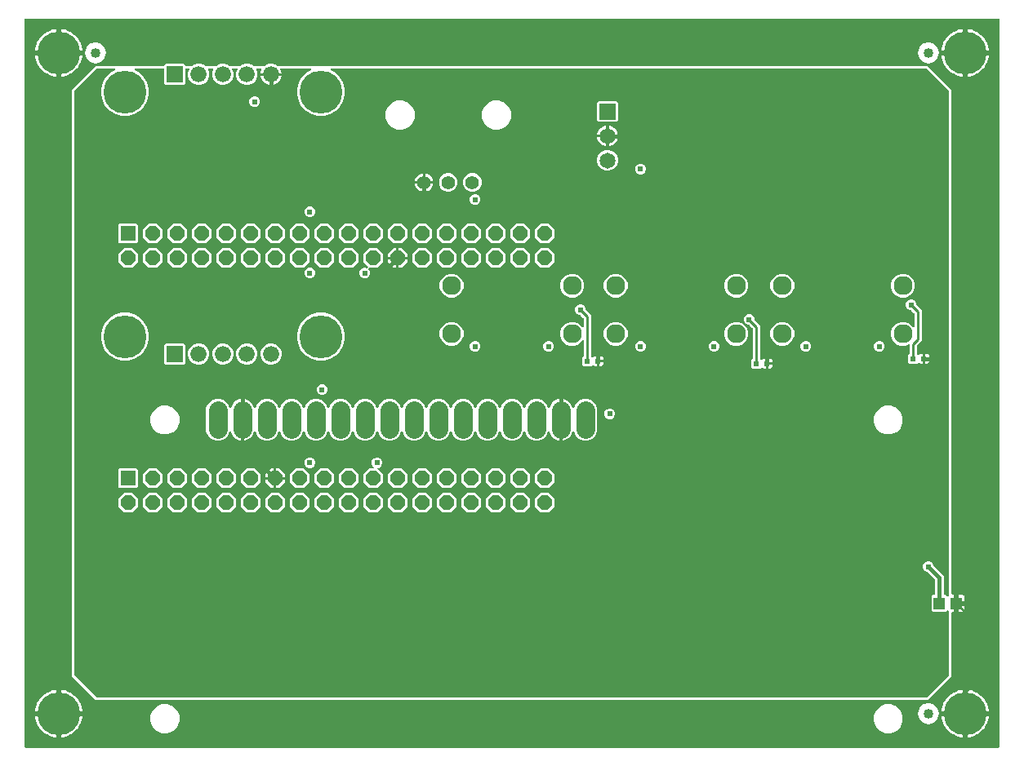
<source format=gbr>
G04 EAGLE Gerber RS-274X export*
G75*
%MOMM*%
%FSLAX34Y34*%
%LPD*%
%INTop Copper*%
%IPPOS*%
%AMOC8*
5,1,8,0,0,1.08239X$1,22.5*%
G01*
%ADD10R,1.524000X1.524000*%
%ADD11P,1.649562X8X22.500000*%
%ADD12C,4.445000*%
%ADD13C,1.016000*%
%ADD14R,1.143000X1.270000*%
%ADD15C,1.676400*%
%ADD16R,1.676400X1.676400*%
%ADD17C,1.930400*%
%ADD18C,1.400000*%
%ADD19R,0.609600X0.508000*%
%ADD20R,1.651000X1.651000*%
%ADD21C,1.651000*%
%ADD22C,1.960000*%
%ADD23C,0.609600*%
%ADD24C,0.381000*%
%ADD25C,0.254000*%

G36*
X1012308Y2556D02*
X1012308Y2556D01*
X1012427Y2563D01*
X1012465Y2576D01*
X1012506Y2581D01*
X1012616Y2624D01*
X1012729Y2661D01*
X1012764Y2683D01*
X1012801Y2698D01*
X1012897Y2767D01*
X1012998Y2831D01*
X1013026Y2861D01*
X1013059Y2884D01*
X1013135Y2976D01*
X1013216Y3063D01*
X1013236Y3098D01*
X1013261Y3129D01*
X1013312Y3237D01*
X1013370Y3341D01*
X1013380Y3381D01*
X1013397Y3417D01*
X1013419Y3534D01*
X1013449Y3649D01*
X1013453Y3709D01*
X1013457Y3729D01*
X1013455Y3750D01*
X1013459Y3810D01*
X1013459Y758190D01*
X1013444Y758308D01*
X1013437Y758427D01*
X1013424Y758465D01*
X1013419Y758506D01*
X1013376Y758616D01*
X1013339Y758729D01*
X1013317Y758764D01*
X1013302Y758801D01*
X1013233Y758897D01*
X1013169Y758998D01*
X1013139Y759026D01*
X1013116Y759059D01*
X1013024Y759135D01*
X1012937Y759216D01*
X1012902Y759236D01*
X1012871Y759261D01*
X1012763Y759312D01*
X1012659Y759370D01*
X1012619Y759380D01*
X1012583Y759397D01*
X1012466Y759419D01*
X1012351Y759449D01*
X1012291Y759453D01*
X1012271Y759457D01*
X1012250Y759455D01*
X1012190Y759459D01*
X3810Y759459D01*
X3692Y759444D01*
X3573Y759437D01*
X3535Y759424D01*
X3494Y759419D01*
X3384Y759376D01*
X3271Y759339D01*
X3236Y759317D01*
X3199Y759302D01*
X3103Y759233D01*
X3002Y759169D01*
X2974Y759139D01*
X2941Y759116D01*
X2865Y759024D01*
X2784Y758937D01*
X2764Y758902D01*
X2739Y758871D01*
X2688Y758763D01*
X2630Y758659D01*
X2620Y758619D01*
X2603Y758583D01*
X2581Y758466D01*
X2551Y758351D01*
X2547Y758291D01*
X2543Y758271D01*
X2545Y758250D01*
X2541Y758190D01*
X2541Y3810D01*
X2556Y3692D01*
X2563Y3573D01*
X2576Y3535D01*
X2581Y3494D01*
X2624Y3384D01*
X2661Y3271D01*
X2683Y3236D01*
X2698Y3199D01*
X2767Y3103D01*
X2831Y3002D01*
X2861Y2974D01*
X2884Y2941D01*
X2976Y2865D01*
X3063Y2784D01*
X3098Y2764D01*
X3129Y2739D01*
X3237Y2688D01*
X3341Y2630D01*
X3381Y2620D01*
X3417Y2603D01*
X3534Y2581D01*
X3649Y2551D01*
X3709Y2547D01*
X3729Y2543D01*
X3750Y2545D01*
X3810Y2541D01*
X1012190Y2541D01*
X1012308Y2556D01*
G37*
%LPC*%
G36*
X76726Y52069D02*
X76726Y52069D01*
X52069Y76726D01*
X52069Y685274D01*
X76726Y709931D01*
X146088Y709931D01*
X146206Y709946D01*
X146325Y709953D01*
X146363Y709966D01*
X146404Y709971D01*
X146514Y710014D01*
X146627Y710051D01*
X146662Y710073D01*
X146699Y710088D01*
X146795Y710158D01*
X146896Y710221D01*
X146924Y710251D01*
X146957Y710274D01*
X147033Y710366D01*
X147088Y710425D01*
X148846Y712183D01*
X167714Y712183D01*
X169472Y710425D01*
X169493Y710392D01*
X169523Y710364D01*
X169546Y710331D01*
X169638Y710256D01*
X169725Y710174D01*
X169760Y710154D01*
X169791Y710129D01*
X169899Y710078D01*
X170003Y710020D01*
X170043Y710010D01*
X170079Y709993D01*
X170196Y709971D01*
X170311Y709941D01*
X170371Y709937D01*
X170391Y709933D01*
X170412Y709935D01*
X170472Y709931D01*
X175978Y709931D01*
X176076Y709943D01*
X176175Y709946D01*
X176233Y709963D01*
X176293Y709971D01*
X176386Y710007D01*
X176481Y710035D01*
X176533Y710065D01*
X176589Y710088D01*
X176669Y710146D01*
X176755Y710196D01*
X176830Y710262D01*
X176847Y710274D01*
X176854Y710284D01*
X176875Y710303D01*
X177093Y710520D01*
X181107Y712183D01*
X185453Y712183D01*
X189467Y710520D01*
X189685Y710303D01*
X189763Y710242D01*
X189835Y710174D01*
X189888Y710145D01*
X189936Y710108D01*
X190027Y710068D01*
X190113Y710020D01*
X190172Y710005D01*
X190228Y709981D01*
X190326Y709966D01*
X190421Y709941D01*
X190521Y709935D01*
X190542Y709931D01*
X190554Y709933D01*
X190582Y709931D01*
X200978Y709931D01*
X201076Y709943D01*
X201175Y709946D01*
X201233Y709963D01*
X201293Y709971D01*
X201386Y710007D01*
X201481Y710035D01*
X201533Y710065D01*
X201589Y710088D01*
X201669Y710146D01*
X201755Y710196D01*
X201830Y710262D01*
X201847Y710274D01*
X201854Y710284D01*
X201875Y710303D01*
X202093Y710520D01*
X206107Y712183D01*
X210453Y712183D01*
X214467Y710520D01*
X214685Y710303D01*
X214763Y710242D01*
X214835Y710174D01*
X214888Y710145D01*
X214936Y710108D01*
X215027Y710068D01*
X215113Y710020D01*
X215172Y710005D01*
X215228Y709981D01*
X215326Y709966D01*
X215421Y709941D01*
X215521Y709935D01*
X215542Y709931D01*
X215554Y709933D01*
X215582Y709931D01*
X225978Y709931D01*
X226076Y709943D01*
X226175Y709946D01*
X226233Y709963D01*
X226293Y709971D01*
X226386Y710007D01*
X226481Y710035D01*
X226533Y710065D01*
X226589Y710088D01*
X226669Y710146D01*
X226755Y710196D01*
X226830Y710262D01*
X226847Y710274D01*
X226854Y710284D01*
X226875Y710303D01*
X227093Y710520D01*
X231107Y712183D01*
X235453Y712183D01*
X239467Y710520D01*
X239685Y710303D01*
X239763Y710242D01*
X239835Y710174D01*
X239888Y710145D01*
X239936Y710108D01*
X240027Y710068D01*
X240113Y710020D01*
X240172Y710005D01*
X240228Y709981D01*
X240326Y709966D01*
X240421Y709941D01*
X240521Y709935D01*
X240542Y709931D01*
X240554Y709933D01*
X240582Y709931D01*
X250978Y709931D01*
X251076Y709943D01*
X251175Y709946D01*
X251233Y709963D01*
X251293Y709971D01*
X251386Y710007D01*
X251481Y710035D01*
X251533Y710065D01*
X251589Y710088D01*
X251669Y710146D01*
X251755Y710196D01*
X251830Y710262D01*
X251847Y710274D01*
X251854Y710284D01*
X251875Y710303D01*
X252093Y710520D01*
X256107Y712183D01*
X260453Y712183D01*
X264467Y710520D01*
X264685Y710303D01*
X264763Y710242D01*
X264835Y710174D01*
X264888Y710145D01*
X264936Y710108D01*
X265027Y710068D01*
X265113Y710020D01*
X265172Y710005D01*
X265228Y709981D01*
X265326Y709966D01*
X265421Y709941D01*
X265521Y709935D01*
X265542Y709931D01*
X265554Y709933D01*
X265582Y709931D01*
X939274Y709931D01*
X963931Y685274D01*
X963931Y162560D01*
X963946Y162442D01*
X963953Y162323D01*
X963966Y162285D01*
X963971Y162244D01*
X964014Y162134D01*
X964051Y162021D01*
X964073Y161986D01*
X964088Y161949D01*
X964158Y161853D01*
X964221Y161752D01*
X964251Y161724D01*
X964274Y161691D01*
X964366Y161615D01*
X964453Y161534D01*
X964488Y161514D01*
X964519Y161489D01*
X964627Y161438D01*
X964731Y161380D01*
X964771Y161370D01*
X964807Y161353D01*
X964924Y161331D01*
X965039Y161301D01*
X965100Y161297D01*
X965120Y161293D01*
X965140Y161295D01*
X965200Y161291D01*
X966471Y161291D01*
X966471Y153670D01*
X966486Y153552D01*
X966493Y153433D01*
X966506Y153395D01*
X966511Y153355D01*
X966554Y153244D01*
X966591Y153131D01*
X966613Y153096D01*
X966628Y153059D01*
X966698Y152963D01*
X966761Y152862D01*
X966791Y152834D01*
X966815Y152802D01*
X966906Y152726D01*
X966993Y152644D01*
X967028Y152625D01*
X967059Y152599D01*
X967167Y152548D01*
X967271Y152491D01*
X967311Y152480D01*
X967347Y152463D01*
X967464Y152441D01*
X967579Y152411D01*
X967640Y152407D01*
X967660Y152403D01*
X967680Y152405D01*
X967740Y152401D01*
X969011Y152401D01*
X969011Y152399D01*
X967740Y152399D01*
X967622Y152384D01*
X967503Y152377D01*
X967465Y152364D01*
X967425Y152359D01*
X967314Y152315D01*
X967201Y152279D01*
X967166Y152257D01*
X967129Y152242D01*
X967033Y152172D01*
X966932Y152109D01*
X966904Y152079D01*
X966871Y152055D01*
X966796Y151964D01*
X966714Y151877D01*
X966694Y151842D01*
X966669Y151810D01*
X966618Y151703D01*
X966560Y151599D01*
X966550Y151559D01*
X966533Y151523D01*
X966511Y151406D01*
X966481Y151291D01*
X966477Y151230D01*
X966473Y151210D01*
X966475Y151190D01*
X966471Y151130D01*
X966471Y143509D01*
X965200Y143509D01*
X965082Y143494D01*
X964963Y143487D01*
X964925Y143474D01*
X964884Y143469D01*
X964774Y143426D01*
X964661Y143389D01*
X964626Y143367D01*
X964589Y143352D01*
X964493Y143283D01*
X964392Y143219D01*
X964364Y143189D01*
X964331Y143166D01*
X964256Y143074D01*
X964174Y142987D01*
X964154Y142952D01*
X964129Y142921D01*
X964078Y142813D01*
X964020Y142709D01*
X964010Y142669D01*
X963993Y142633D01*
X963971Y142516D01*
X963941Y142401D01*
X963937Y142341D01*
X963933Y142321D01*
X963935Y142300D01*
X963931Y142240D01*
X963931Y76726D01*
X939274Y52069D01*
X76726Y52069D01*
G37*
%LPD*%
G36*
X937996Y54625D02*
X937996Y54625D01*
X938087Y54633D01*
X938117Y54645D01*
X938149Y54650D01*
X938230Y54693D01*
X938314Y54729D01*
X938346Y54755D01*
X938366Y54766D01*
X938389Y54789D01*
X938444Y54834D01*
X961166Y77556D01*
X961219Y77629D01*
X961279Y77699D01*
X961291Y77729D01*
X961310Y77755D01*
X961337Y77842D01*
X961371Y77927D01*
X961375Y77968D01*
X961382Y77990D01*
X961381Y78023D01*
X961389Y78094D01*
X961389Y144047D01*
X961375Y144137D01*
X961367Y144228D01*
X961355Y144258D01*
X961350Y144290D01*
X961307Y144371D01*
X961271Y144455D01*
X961245Y144487D01*
X961234Y144507D01*
X961211Y144530D01*
X961166Y144586D01*
X960658Y145094D01*
X960642Y145105D01*
X960630Y145121D01*
X960543Y145177D01*
X960459Y145237D01*
X960439Y145243D01*
X960423Y145254D01*
X960322Y145279D01*
X960223Y145309D01*
X960204Y145309D01*
X960184Y145314D01*
X960081Y145306D01*
X959978Y145303D01*
X959959Y145296D01*
X959939Y145295D01*
X959844Y145254D01*
X959747Y145219D01*
X959731Y145206D01*
X959713Y145198D01*
X959582Y145094D01*
X957997Y143509D01*
X944463Y143509D01*
X942974Y144998D01*
X942974Y159802D01*
X944463Y161291D01*
X946023Y161291D01*
X946043Y161294D01*
X946062Y161292D01*
X946164Y161314D01*
X946266Y161330D01*
X946283Y161340D01*
X946303Y161344D01*
X946392Y161397D01*
X946483Y161446D01*
X946497Y161460D01*
X946514Y161470D01*
X946581Y161549D01*
X946653Y161624D01*
X946661Y161642D01*
X946674Y161657D01*
X946713Y161753D01*
X946756Y161847D01*
X946758Y161867D01*
X946766Y161885D01*
X946784Y162052D01*
X946784Y176913D01*
X946770Y177003D01*
X946762Y177094D01*
X946750Y177124D01*
X946745Y177156D01*
X946702Y177237D01*
X946666Y177320D01*
X946640Y177353D01*
X946629Y177373D01*
X946606Y177395D01*
X946561Y177451D01*
X939324Y184688D01*
X939251Y184741D01*
X939181Y184801D01*
X939151Y184813D01*
X939125Y184832D01*
X939038Y184859D01*
X938953Y184893D01*
X938912Y184897D01*
X938890Y184904D01*
X938857Y184903D01*
X938786Y184911D01*
X938688Y184911D01*
X936634Y185762D01*
X935062Y187334D01*
X934211Y189388D01*
X934211Y191612D01*
X935062Y193666D01*
X936634Y195238D01*
X938688Y196089D01*
X940912Y196089D01*
X942966Y195238D01*
X944538Y193666D01*
X945389Y191612D01*
X945389Y191514D01*
X945403Y191424D01*
X945411Y191333D01*
X945423Y191303D01*
X945428Y191271D01*
X945471Y191190D01*
X945507Y191107D01*
X945533Y191074D01*
X945544Y191054D01*
X945567Y191032D01*
X945612Y190976D01*
X955676Y180912D01*
X955676Y162052D01*
X955679Y162032D01*
X955677Y162013D01*
X955699Y161911D01*
X955715Y161809D01*
X955725Y161792D01*
X955729Y161772D01*
X955782Y161683D01*
X955831Y161592D01*
X955845Y161578D01*
X955855Y161561D01*
X955934Y161494D01*
X956009Y161422D01*
X956027Y161414D01*
X956042Y161401D01*
X956138Y161362D01*
X956232Y161319D01*
X956252Y161317D01*
X956270Y161309D01*
X956437Y161291D01*
X957997Y161291D01*
X959582Y159706D01*
X959598Y159695D01*
X959610Y159679D01*
X959697Y159623D01*
X959781Y159563D01*
X959801Y159557D01*
X959817Y159546D01*
X959917Y159521D01*
X960017Y159491D01*
X960036Y159491D01*
X960056Y159486D01*
X960159Y159494D01*
X960262Y159497D01*
X960281Y159504D01*
X960301Y159505D01*
X960396Y159546D01*
X960493Y159581D01*
X960509Y159594D01*
X960527Y159602D01*
X960658Y159706D01*
X961166Y160214D01*
X961220Y160289D01*
X961279Y160358D01*
X961291Y160388D01*
X961310Y160414D01*
X961337Y160501D01*
X961371Y160586D01*
X961375Y160627D01*
X961382Y160649D01*
X961381Y160681D01*
X961389Y160753D01*
X961389Y683906D01*
X961375Y683996D01*
X961367Y684087D01*
X961355Y684117D01*
X961350Y684149D01*
X961307Y684230D01*
X961271Y684314D01*
X961245Y684346D01*
X961234Y684366D01*
X961211Y684389D01*
X961166Y684444D01*
X938444Y707166D01*
X938371Y707219D01*
X938301Y707279D01*
X938271Y707291D01*
X938245Y707310D01*
X938158Y707337D01*
X938073Y707371D01*
X938032Y707375D01*
X938010Y707382D01*
X937977Y707381D01*
X937906Y707389D01*
X320459Y707389D01*
X320412Y707382D01*
X320364Y707383D01*
X320291Y707362D01*
X320217Y707350D01*
X320174Y707327D01*
X320128Y707313D01*
X320066Y707270D01*
X319999Y707234D01*
X319966Y707200D01*
X319927Y707172D01*
X319882Y707111D01*
X319830Y707056D01*
X319810Y707013D01*
X319781Y706974D01*
X319758Y706902D01*
X319726Y706833D01*
X319721Y706785D01*
X319706Y706740D01*
X319707Y706664D01*
X319699Y706589D01*
X319709Y706542D01*
X319710Y706494D01*
X319735Y706422D01*
X319751Y706348D01*
X319776Y706307D01*
X319792Y706262D01*
X319839Y706202D01*
X319878Y706137D01*
X319914Y706106D01*
X319944Y706068D01*
X320047Y705992D01*
X320064Y705977D01*
X320071Y705975D01*
X320079Y705969D01*
X325087Y703078D01*
X329698Y698467D01*
X332958Y692819D01*
X334646Y686520D01*
X334646Y680000D01*
X332958Y673701D01*
X329698Y668053D01*
X325087Y663442D01*
X319439Y660182D01*
X313140Y658494D01*
X306620Y658494D01*
X300321Y660182D01*
X294673Y663442D01*
X290062Y668053D01*
X286802Y673701D01*
X285114Y680000D01*
X285114Y686520D01*
X286802Y692819D01*
X290062Y698467D01*
X294673Y703078D01*
X299681Y705969D01*
X299718Y705999D01*
X299761Y706022D01*
X299813Y706077D01*
X299872Y706125D01*
X299897Y706165D01*
X299930Y706200D01*
X299962Y706269D01*
X300002Y706333D01*
X300014Y706380D01*
X300034Y706423D01*
X300042Y706498D01*
X300060Y706572D01*
X300056Y706620D01*
X300061Y706667D01*
X300045Y706742D01*
X300038Y706817D01*
X300019Y706861D01*
X300009Y706908D01*
X299970Y706973D01*
X299939Y707042D01*
X299907Y707078D01*
X299882Y707119D01*
X299825Y707168D01*
X299774Y707224D01*
X299732Y707248D01*
X299696Y707279D01*
X299625Y707307D01*
X299559Y707344D01*
X299512Y707353D01*
X299467Y707371D01*
X299339Y707385D01*
X299317Y707389D01*
X299311Y707388D01*
X299301Y707389D01*
X268658Y707389D01*
X268583Y707377D01*
X268508Y707374D01*
X268463Y707357D01*
X268415Y707350D01*
X268349Y707314D01*
X268278Y707287D01*
X268240Y707257D01*
X268198Y707234D01*
X268146Y707180D01*
X268087Y707132D01*
X268062Y707091D01*
X268029Y707056D01*
X267997Y706987D01*
X267957Y706923D01*
X267945Y706877D01*
X267925Y706833D01*
X267917Y706758D01*
X267899Y706684D01*
X267903Y706636D01*
X267898Y706589D01*
X267914Y706515D01*
X267921Y706439D01*
X267943Y706379D01*
X267950Y706348D01*
X267963Y706326D01*
X267980Y706282D01*
X268402Y705453D01*
X268934Y703818D01*
X269098Y702783D01*
X259042Y702783D01*
X259022Y702780D01*
X259003Y702782D01*
X258901Y702760D01*
X258799Y702743D01*
X258782Y702734D01*
X258762Y702730D01*
X258673Y702677D01*
X258582Y702628D01*
X258568Y702614D01*
X258551Y702604D01*
X258484Y702525D01*
X258413Y702450D01*
X258404Y702432D01*
X258391Y702417D01*
X258353Y702321D01*
X258309Y702227D01*
X258307Y702207D01*
X258299Y702189D01*
X258281Y702022D01*
X258281Y701259D01*
X258279Y701259D01*
X258279Y702022D01*
X258276Y702042D01*
X258278Y702061D01*
X258256Y702163D01*
X258239Y702265D01*
X258230Y702282D01*
X258226Y702302D01*
X258173Y702391D01*
X258124Y702482D01*
X258110Y702496D01*
X258100Y702513D01*
X258021Y702580D01*
X257946Y702651D01*
X257928Y702660D01*
X257913Y702673D01*
X257817Y702712D01*
X257723Y702755D01*
X257703Y702757D01*
X257685Y702765D01*
X257518Y702783D01*
X247462Y702783D01*
X247626Y703818D01*
X248158Y705453D01*
X248580Y706282D01*
X248603Y706354D01*
X248635Y706423D01*
X248640Y706471D01*
X248655Y706517D01*
X248654Y706592D01*
X248662Y706667D01*
X248652Y706715D01*
X248651Y706763D01*
X248626Y706834D01*
X248610Y706908D01*
X248585Y706949D01*
X248569Y706995D01*
X248523Y707054D01*
X248484Y707119D01*
X248447Y707150D01*
X248417Y707188D01*
X248354Y707230D01*
X248297Y707279D01*
X248252Y707297D01*
X248212Y707323D01*
X248139Y707343D01*
X248069Y707371D01*
X248004Y707378D01*
X247974Y707386D01*
X247949Y707384D01*
X247902Y707389D01*
X243703Y707389D01*
X243658Y707382D01*
X243612Y707384D01*
X243537Y707362D01*
X243460Y707350D01*
X243420Y707328D01*
X243376Y707315D01*
X243312Y707271D01*
X243243Y707234D01*
X243211Y707201D01*
X243174Y707175D01*
X243127Y707112D01*
X243074Y707056D01*
X243054Y707014D01*
X243027Y706978D01*
X243003Y706904D01*
X242970Y706833D01*
X242965Y706787D01*
X242951Y706744D01*
X242951Y706666D01*
X242943Y706589D01*
X242953Y706544D01*
X242953Y706498D01*
X242991Y706366D01*
X242995Y706348D01*
X242998Y706344D01*
X243000Y706337D01*
X244203Y703433D01*
X244203Y699087D01*
X242540Y695073D01*
X239467Y692000D01*
X235453Y690337D01*
X231107Y690337D01*
X227093Y692000D01*
X224020Y695073D01*
X222357Y699087D01*
X222357Y703433D01*
X223560Y706337D01*
X223571Y706381D01*
X223590Y706423D01*
X223599Y706500D01*
X223616Y706576D01*
X223612Y706622D01*
X223617Y706667D01*
X223601Y706744D01*
X223593Y706821D01*
X223575Y706863D01*
X223565Y706908D01*
X223525Y706975D01*
X223493Y707046D01*
X223462Y707080D01*
X223439Y707119D01*
X223380Y707170D01*
X223327Y707227D01*
X223287Y707249D01*
X223252Y707279D01*
X223180Y707308D01*
X223111Y707345D01*
X223066Y707354D01*
X223024Y707371D01*
X222888Y707386D01*
X222869Y707389D01*
X222864Y707388D01*
X222857Y707389D01*
X218703Y707389D01*
X218658Y707382D01*
X218612Y707384D01*
X218537Y707362D01*
X218460Y707350D01*
X218420Y707328D01*
X218376Y707315D01*
X218312Y707271D01*
X218243Y707234D01*
X218211Y707201D01*
X218174Y707175D01*
X218127Y707112D01*
X218074Y707056D01*
X218054Y707014D01*
X218027Y706978D01*
X218003Y706904D01*
X217970Y706833D01*
X217965Y706787D01*
X217951Y706744D01*
X217951Y706666D01*
X217943Y706589D01*
X217953Y706544D01*
X217953Y706498D01*
X217991Y706366D01*
X217995Y706348D01*
X217998Y706344D01*
X218000Y706337D01*
X219203Y703433D01*
X219203Y699087D01*
X217540Y695073D01*
X214467Y692000D01*
X210453Y690337D01*
X206107Y690337D01*
X202093Y692000D01*
X199020Y695073D01*
X197357Y699087D01*
X197357Y703433D01*
X198560Y706337D01*
X198571Y706381D01*
X198590Y706423D01*
X198599Y706500D01*
X198616Y706576D01*
X198612Y706622D01*
X198617Y706667D01*
X198601Y706744D01*
X198593Y706821D01*
X198575Y706863D01*
X198565Y706908D01*
X198525Y706975D01*
X198493Y707046D01*
X198462Y707080D01*
X198439Y707119D01*
X198380Y707170D01*
X198327Y707227D01*
X198287Y707249D01*
X198252Y707279D01*
X198180Y707308D01*
X198111Y707345D01*
X198066Y707354D01*
X198024Y707371D01*
X197888Y707386D01*
X197869Y707389D01*
X197864Y707388D01*
X197857Y707389D01*
X193703Y707389D01*
X193658Y707382D01*
X193612Y707384D01*
X193537Y707362D01*
X193460Y707350D01*
X193420Y707328D01*
X193376Y707315D01*
X193312Y707271D01*
X193243Y707234D01*
X193211Y707201D01*
X193174Y707175D01*
X193127Y707112D01*
X193074Y707056D01*
X193054Y707014D01*
X193027Y706978D01*
X193003Y706904D01*
X192970Y706833D01*
X192965Y706787D01*
X192951Y706744D01*
X192951Y706666D01*
X192943Y706589D01*
X192953Y706544D01*
X192953Y706498D01*
X192991Y706366D01*
X192995Y706348D01*
X192998Y706344D01*
X193000Y706337D01*
X194203Y703433D01*
X194203Y699087D01*
X192540Y695073D01*
X189467Y692000D01*
X185453Y690337D01*
X181107Y690337D01*
X177093Y692000D01*
X174020Y695073D01*
X172357Y699087D01*
X172357Y703433D01*
X173560Y706337D01*
X173571Y706381D01*
X173590Y706423D01*
X173599Y706500D01*
X173616Y706576D01*
X173612Y706622D01*
X173617Y706667D01*
X173601Y706744D01*
X173593Y706821D01*
X173575Y706863D01*
X173565Y706908D01*
X173525Y706975D01*
X173493Y707046D01*
X173462Y707080D01*
X173439Y707119D01*
X173380Y707170D01*
X173327Y707227D01*
X173287Y707249D01*
X173252Y707279D01*
X173180Y707308D01*
X173111Y707345D01*
X173066Y707354D01*
X173024Y707371D01*
X172888Y707386D01*
X172869Y707389D01*
X172864Y707388D01*
X172857Y707389D01*
X169964Y707389D01*
X169944Y707386D01*
X169925Y707388D01*
X169823Y707366D01*
X169721Y707350D01*
X169704Y707340D01*
X169684Y707336D01*
X169595Y707283D01*
X169504Y707234D01*
X169490Y707220D01*
X169473Y707210D01*
X169406Y707131D01*
X169334Y707056D01*
X169326Y707038D01*
X169313Y707023D01*
X169274Y706927D01*
X169231Y706833D01*
X169229Y706813D01*
X169221Y706795D01*
X169203Y706628D01*
X169203Y691826D01*
X167714Y690337D01*
X148846Y690337D01*
X147357Y691826D01*
X147357Y706628D01*
X147354Y706648D01*
X147356Y706667D01*
X147334Y706769D01*
X147318Y706871D01*
X147308Y706888D01*
X147304Y706908D01*
X147251Y706997D01*
X147202Y707088D01*
X147188Y707102D01*
X147178Y707119D01*
X147099Y707186D01*
X147024Y707258D01*
X147006Y707266D01*
X146991Y707279D01*
X146895Y707318D01*
X146801Y707361D01*
X146781Y707363D01*
X146763Y707371D01*
X146596Y707389D01*
X117259Y707389D01*
X117212Y707382D01*
X117164Y707383D01*
X117091Y707362D01*
X117017Y707350D01*
X116974Y707327D01*
X116928Y707313D01*
X116866Y707270D01*
X116799Y707234D01*
X116766Y707200D01*
X116727Y707172D01*
X116682Y707111D01*
X116630Y707056D01*
X116610Y707013D01*
X116581Y706974D01*
X116558Y706902D01*
X116526Y706833D01*
X116521Y706785D01*
X116506Y706740D01*
X116507Y706664D01*
X116499Y706589D01*
X116509Y706542D01*
X116510Y706494D01*
X116535Y706422D01*
X116551Y706348D01*
X116576Y706307D01*
X116592Y706262D01*
X116639Y706202D01*
X116678Y706137D01*
X116714Y706106D01*
X116744Y706068D01*
X116847Y705992D01*
X116864Y705977D01*
X116871Y705975D01*
X116879Y705969D01*
X121887Y703078D01*
X126498Y698467D01*
X129758Y692819D01*
X131446Y686520D01*
X131446Y680000D01*
X129758Y673701D01*
X126498Y668053D01*
X121887Y663442D01*
X116239Y660182D01*
X109940Y658494D01*
X103420Y658494D01*
X97121Y660182D01*
X91473Y663442D01*
X86862Y668053D01*
X83602Y673701D01*
X81914Y680000D01*
X81914Y686520D01*
X83602Y692819D01*
X86862Y698467D01*
X91473Y703078D01*
X96481Y705969D01*
X96518Y705999D01*
X96561Y706022D01*
X96613Y706076D01*
X96672Y706125D01*
X96697Y706165D01*
X96730Y706200D01*
X96762Y706269D01*
X96802Y706333D01*
X96814Y706380D01*
X96834Y706423D01*
X96842Y706498D01*
X96860Y706572D01*
X96856Y706620D01*
X96861Y706667D01*
X96845Y706742D01*
X96838Y706817D01*
X96819Y706861D01*
X96809Y706908D01*
X96770Y706973D01*
X96739Y707042D01*
X96707Y707078D01*
X96682Y707119D01*
X96625Y707168D01*
X96574Y707224D01*
X96532Y707248D01*
X96496Y707279D01*
X96425Y707307D01*
X96359Y707344D01*
X96312Y707353D01*
X96267Y707371D01*
X96139Y707385D01*
X96117Y707389D01*
X96111Y707388D01*
X96101Y707389D01*
X78094Y707389D01*
X78004Y707375D01*
X77913Y707367D01*
X77883Y707355D01*
X77851Y707350D01*
X77770Y707307D01*
X77686Y707271D01*
X77654Y707245D01*
X77634Y707234D01*
X77611Y707211D01*
X77556Y707166D01*
X54834Y684444D01*
X54781Y684371D01*
X54721Y684301D01*
X54709Y684271D01*
X54690Y684245D01*
X54663Y684158D01*
X54629Y684073D01*
X54625Y684032D01*
X54618Y684010D01*
X54619Y683977D01*
X54611Y683906D01*
X54611Y78094D01*
X54625Y78004D01*
X54633Y77913D01*
X54645Y77883D01*
X54650Y77851D01*
X54693Y77770D01*
X54729Y77686D01*
X54755Y77654D01*
X54766Y77634D01*
X54789Y77611D01*
X54834Y77556D01*
X77556Y54834D01*
X77629Y54781D01*
X77699Y54721D01*
X77729Y54709D01*
X77755Y54690D01*
X77842Y54663D01*
X77927Y54629D01*
X77968Y54625D01*
X77990Y54618D01*
X78023Y54619D01*
X78094Y54611D01*
X937906Y54611D01*
X937996Y54625D01*
G37*
%LPC*%
G36*
X200775Y321055D02*
X200775Y321055D01*
X196293Y322912D01*
X192864Y326341D01*
X191007Y330823D01*
X191007Y354977D01*
X192864Y359459D01*
X196293Y362888D01*
X200775Y364745D01*
X205625Y364745D01*
X210107Y362888D01*
X213536Y359459D01*
X215262Y355294D01*
X215295Y355240D01*
X215319Y355182D01*
X215345Y355152D01*
X215363Y355119D01*
X215379Y355104D01*
X215391Y355085D01*
X215440Y355044D01*
X215482Y354997D01*
X215516Y354977D01*
X215543Y354952D01*
X215563Y354943D01*
X215581Y354928D01*
X215640Y354905D01*
X215694Y354874D01*
X215734Y354866D01*
X215768Y354850D01*
X215788Y354848D01*
X215810Y354840D01*
X215873Y354837D01*
X215935Y354824D01*
X215975Y354829D01*
X216012Y354826D01*
X216033Y354830D01*
X216056Y354829D01*
X216117Y354847D01*
X216180Y354855D01*
X216216Y354872D01*
X216252Y354880D01*
X216270Y354891D01*
X216292Y354898D01*
X216344Y354934D01*
X216401Y354961D01*
X216430Y354989D01*
X216462Y355009D01*
X216476Y355025D01*
X216494Y355038D01*
X216532Y355089D01*
X216577Y355133D01*
X216595Y355168D01*
X216620Y355197D01*
X216631Y355222D01*
X216641Y355235D01*
X216652Y355267D01*
X216689Y355350D01*
X216689Y355351D01*
X216690Y355352D01*
X217301Y357232D01*
X218172Y358942D01*
X219300Y360495D01*
X220657Y361852D01*
X222210Y362980D01*
X223920Y363851D01*
X225745Y364445D01*
X227077Y364655D01*
X227077Y343662D01*
X227080Y343642D01*
X227078Y343623D01*
X227100Y343521D01*
X227117Y343419D01*
X227126Y343402D01*
X227130Y343382D01*
X227183Y343293D01*
X227232Y343202D01*
X227246Y343188D01*
X227256Y343171D01*
X227335Y343104D01*
X227410Y343033D01*
X227428Y343024D01*
X227443Y343011D01*
X227539Y342973D01*
X227633Y342929D01*
X227653Y342927D01*
X227671Y342919D01*
X227838Y342901D01*
X229362Y342901D01*
X229382Y342904D01*
X229401Y342902D01*
X229503Y342924D01*
X229605Y342941D01*
X229622Y342950D01*
X229642Y342954D01*
X229731Y343007D01*
X229822Y343056D01*
X229836Y343070D01*
X229853Y343080D01*
X229920Y343159D01*
X229991Y343234D01*
X230000Y343252D01*
X230013Y343267D01*
X230052Y343363D01*
X230095Y343457D01*
X230097Y343477D01*
X230105Y343495D01*
X230123Y343662D01*
X230123Y364655D01*
X231455Y364445D01*
X233280Y363851D01*
X234990Y362980D01*
X236543Y361852D01*
X237900Y360495D01*
X239028Y358942D01*
X239899Y357232D01*
X240511Y355350D01*
X240529Y355316D01*
X240538Y355278D01*
X240573Y355225D01*
X240599Y355167D01*
X240614Y355151D01*
X240624Y355132D01*
X240651Y355105D01*
X240673Y355072D01*
X240722Y355033D01*
X240765Y354986D01*
X240785Y354975D01*
X240800Y354960D01*
X240834Y354944D01*
X240866Y354919D01*
X240925Y354898D01*
X240981Y354868D01*
X241004Y354863D01*
X241022Y354854D01*
X241059Y354850D01*
X241097Y354836D01*
X241160Y354835D01*
X241223Y354824D01*
X241246Y354827D01*
X241267Y354825D01*
X241303Y354832D01*
X241343Y354832D01*
X241403Y354851D01*
X241466Y354860D01*
X241487Y354870D01*
X241507Y354875D01*
X241540Y354893D01*
X241578Y354905D01*
X241629Y354943D01*
X241685Y354971D01*
X241702Y354988D01*
X241720Y354999D01*
X241745Y355027D01*
X241777Y355050D01*
X241813Y355102D01*
X241857Y355147D01*
X241871Y355172D01*
X241882Y355184D01*
X241894Y355212D01*
X241900Y355224D01*
X241919Y355251D01*
X241924Y355268D01*
X241938Y355294D01*
X243664Y359459D01*
X247093Y362888D01*
X251575Y364745D01*
X256425Y364745D01*
X260907Y362888D01*
X264336Y359459D01*
X265997Y355451D01*
X266034Y355390D01*
X266064Y355324D01*
X266099Y355286D01*
X266126Y355241D01*
X266181Y355196D01*
X266230Y355143D01*
X266276Y355118D01*
X266316Y355085D01*
X266383Y355059D01*
X266446Y355024D01*
X266497Y355015D01*
X266545Y354996D01*
X266617Y354993D01*
X266688Y354981D01*
X266739Y354988D01*
X266791Y354986D01*
X266860Y355006D01*
X266931Y355016D01*
X266977Y355040D01*
X267027Y355055D01*
X267086Y355095D01*
X267150Y355128D01*
X267187Y355165D01*
X267229Y355195D01*
X267272Y355252D01*
X267322Y355304D01*
X267357Y355366D01*
X267376Y355392D01*
X267383Y355414D01*
X267403Y355451D01*
X269064Y359459D01*
X272493Y362888D01*
X276975Y364745D01*
X281825Y364745D01*
X286307Y362888D01*
X289736Y359459D01*
X291397Y355451D01*
X291434Y355390D01*
X291464Y355324D01*
X291499Y355286D01*
X291526Y355241D01*
X291581Y355196D01*
X291630Y355143D01*
X291676Y355118D01*
X291716Y355085D01*
X291783Y355059D01*
X291846Y355024D01*
X291897Y355015D01*
X291945Y354996D01*
X292017Y354993D01*
X292088Y354981D01*
X292139Y354988D01*
X292191Y354986D01*
X292260Y355006D01*
X292331Y355016D01*
X292377Y355040D01*
X292427Y355055D01*
X292486Y355095D01*
X292550Y355128D01*
X292587Y355165D01*
X292629Y355195D01*
X292672Y355252D01*
X292722Y355304D01*
X292757Y355366D01*
X292776Y355392D01*
X292783Y355414D01*
X292803Y355451D01*
X294464Y359459D01*
X297893Y362888D01*
X302375Y364745D01*
X307225Y364745D01*
X311707Y362888D01*
X315136Y359459D01*
X316797Y355451D01*
X316834Y355390D01*
X316864Y355324D01*
X316899Y355286D01*
X316926Y355241D01*
X316981Y355196D01*
X317030Y355143D01*
X317076Y355118D01*
X317116Y355085D01*
X317183Y355059D01*
X317246Y355024D01*
X317297Y355015D01*
X317345Y354996D01*
X317417Y354993D01*
X317488Y354981D01*
X317539Y354988D01*
X317591Y354986D01*
X317660Y355006D01*
X317731Y355016D01*
X317777Y355040D01*
X317827Y355055D01*
X317886Y355095D01*
X317950Y355128D01*
X317987Y355165D01*
X318029Y355195D01*
X318072Y355252D01*
X318122Y355304D01*
X318157Y355366D01*
X318176Y355392D01*
X318183Y355414D01*
X318203Y355451D01*
X319864Y359459D01*
X323293Y362888D01*
X327775Y364745D01*
X332625Y364745D01*
X337107Y362888D01*
X340536Y359459D01*
X342197Y355451D01*
X342234Y355390D01*
X342264Y355324D01*
X342299Y355286D01*
X342326Y355241D01*
X342381Y355196D01*
X342430Y355143D01*
X342476Y355118D01*
X342516Y355085D01*
X342583Y355059D01*
X342646Y355024D01*
X342697Y355015D01*
X342745Y354996D01*
X342817Y354993D01*
X342888Y354981D01*
X342939Y354988D01*
X342991Y354986D01*
X343060Y355006D01*
X343131Y355016D01*
X343177Y355040D01*
X343227Y355055D01*
X343286Y355095D01*
X343350Y355128D01*
X343387Y355165D01*
X343429Y355195D01*
X343472Y355252D01*
X343522Y355304D01*
X343557Y355366D01*
X343576Y355392D01*
X343583Y355414D01*
X343603Y355451D01*
X345264Y359459D01*
X348693Y362888D01*
X353175Y364745D01*
X358025Y364745D01*
X362507Y362888D01*
X365936Y359459D01*
X367597Y355451D01*
X367634Y355390D01*
X367664Y355324D01*
X367699Y355286D01*
X367726Y355241D01*
X367781Y355196D01*
X367830Y355143D01*
X367876Y355118D01*
X367916Y355085D01*
X367983Y355059D01*
X368046Y355024D01*
X368097Y355015D01*
X368145Y354996D01*
X368217Y354993D01*
X368288Y354981D01*
X368339Y354988D01*
X368391Y354986D01*
X368460Y355006D01*
X368531Y355016D01*
X368577Y355040D01*
X368627Y355055D01*
X368686Y355095D01*
X368750Y355128D01*
X368787Y355165D01*
X368829Y355195D01*
X368872Y355252D01*
X368922Y355304D01*
X368957Y355366D01*
X368976Y355392D01*
X368983Y355414D01*
X369003Y355451D01*
X370664Y359459D01*
X374093Y362888D01*
X378575Y364745D01*
X383425Y364745D01*
X387907Y362888D01*
X391336Y359459D01*
X392997Y355451D01*
X393034Y355390D01*
X393064Y355324D01*
X393099Y355286D01*
X393126Y355241D01*
X393181Y355196D01*
X393230Y355143D01*
X393276Y355118D01*
X393316Y355085D01*
X393383Y355059D01*
X393446Y355024D01*
X393497Y355015D01*
X393545Y354996D01*
X393617Y354993D01*
X393688Y354981D01*
X393739Y354988D01*
X393791Y354986D01*
X393860Y355006D01*
X393931Y355016D01*
X393977Y355040D01*
X394027Y355055D01*
X394086Y355095D01*
X394150Y355128D01*
X394187Y355165D01*
X394229Y355195D01*
X394272Y355252D01*
X394322Y355304D01*
X394357Y355366D01*
X394376Y355392D01*
X394383Y355414D01*
X394403Y355451D01*
X396064Y359459D01*
X399493Y362888D01*
X403975Y364745D01*
X408825Y364745D01*
X413307Y362888D01*
X416736Y359459D01*
X418397Y355451D01*
X418434Y355390D01*
X418464Y355324D01*
X418499Y355286D01*
X418526Y355241D01*
X418581Y355196D01*
X418630Y355143D01*
X418676Y355118D01*
X418716Y355085D01*
X418783Y355059D01*
X418846Y355024D01*
X418897Y355015D01*
X418945Y354996D01*
X419017Y354993D01*
X419088Y354981D01*
X419139Y354988D01*
X419191Y354986D01*
X419260Y355006D01*
X419331Y355016D01*
X419377Y355040D01*
X419427Y355055D01*
X419486Y355095D01*
X419550Y355128D01*
X419587Y355165D01*
X419629Y355195D01*
X419672Y355252D01*
X419722Y355304D01*
X419757Y355366D01*
X419776Y355392D01*
X419783Y355414D01*
X419803Y355451D01*
X421464Y359459D01*
X424893Y362888D01*
X429375Y364745D01*
X434225Y364745D01*
X438707Y362888D01*
X442136Y359459D01*
X443797Y355451D01*
X443834Y355390D01*
X443864Y355324D01*
X443899Y355286D01*
X443926Y355241D01*
X443981Y355196D01*
X444030Y355143D01*
X444076Y355118D01*
X444116Y355085D01*
X444183Y355059D01*
X444246Y355024D01*
X444297Y355015D01*
X444345Y354996D01*
X444417Y354993D01*
X444488Y354981D01*
X444539Y354988D01*
X444591Y354986D01*
X444660Y355006D01*
X444731Y355016D01*
X444777Y355040D01*
X444827Y355055D01*
X444886Y355095D01*
X444950Y355128D01*
X444987Y355165D01*
X445029Y355195D01*
X445072Y355252D01*
X445122Y355304D01*
X445157Y355366D01*
X445176Y355392D01*
X445183Y355414D01*
X445203Y355451D01*
X446864Y359459D01*
X450293Y362888D01*
X454775Y364745D01*
X459625Y364745D01*
X464107Y362888D01*
X467536Y359459D01*
X469197Y355451D01*
X469234Y355390D01*
X469264Y355324D01*
X469299Y355286D01*
X469326Y355241D01*
X469381Y355196D01*
X469430Y355143D01*
X469476Y355118D01*
X469516Y355085D01*
X469583Y355059D01*
X469646Y355024D01*
X469697Y355015D01*
X469745Y354996D01*
X469817Y354993D01*
X469888Y354981D01*
X469939Y354988D01*
X469991Y354986D01*
X470060Y355006D01*
X470131Y355016D01*
X470177Y355040D01*
X470227Y355055D01*
X470286Y355095D01*
X470350Y355128D01*
X470387Y355165D01*
X470429Y355195D01*
X470472Y355252D01*
X470522Y355304D01*
X470557Y355366D01*
X470576Y355392D01*
X470583Y355414D01*
X470603Y355451D01*
X472264Y359459D01*
X475693Y362888D01*
X480175Y364745D01*
X485025Y364745D01*
X489507Y362888D01*
X492936Y359459D01*
X494597Y355451D01*
X494634Y355390D01*
X494664Y355324D01*
X494699Y355286D01*
X494726Y355241D01*
X494781Y355196D01*
X494830Y355143D01*
X494876Y355118D01*
X494916Y355085D01*
X494983Y355059D01*
X495046Y355024D01*
X495097Y355015D01*
X495145Y354996D01*
X495217Y354993D01*
X495288Y354981D01*
X495339Y354988D01*
X495391Y354986D01*
X495460Y355006D01*
X495531Y355016D01*
X495577Y355040D01*
X495627Y355055D01*
X495686Y355095D01*
X495750Y355128D01*
X495787Y355165D01*
X495829Y355195D01*
X495872Y355252D01*
X495922Y355304D01*
X495957Y355366D01*
X495976Y355392D01*
X495983Y355414D01*
X496003Y355451D01*
X497664Y359459D01*
X501093Y362888D01*
X505575Y364745D01*
X510425Y364745D01*
X514907Y362888D01*
X518336Y359459D01*
X519997Y355451D01*
X520034Y355390D01*
X520064Y355324D01*
X520099Y355286D01*
X520126Y355241D01*
X520181Y355196D01*
X520230Y355143D01*
X520276Y355118D01*
X520316Y355085D01*
X520383Y355059D01*
X520446Y355024D01*
X520497Y355015D01*
X520545Y354996D01*
X520617Y354993D01*
X520688Y354981D01*
X520739Y354988D01*
X520791Y354986D01*
X520860Y355006D01*
X520931Y355016D01*
X520977Y355040D01*
X521027Y355055D01*
X521086Y355095D01*
X521150Y355128D01*
X521187Y355165D01*
X521229Y355195D01*
X521272Y355252D01*
X521322Y355304D01*
X521357Y355366D01*
X521376Y355392D01*
X521383Y355414D01*
X521403Y355451D01*
X523064Y359459D01*
X526493Y362888D01*
X530975Y364745D01*
X535825Y364745D01*
X540307Y362888D01*
X543736Y359459D01*
X545462Y355294D01*
X545495Y355240D01*
X545519Y355182D01*
X545545Y355152D01*
X545563Y355119D01*
X545579Y355104D01*
X545591Y355085D01*
X545640Y355044D01*
X545682Y354997D01*
X545716Y354977D01*
X545743Y354952D01*
X545763Y354943D01*
X545781Y354928D01*
X545840Y354905D01*
X545894Y354874D01*
X545934Y354866D01*
X545968Y354850D01*
X545988Y354848D01*
X546010Y354840D01*
X546073Y354837D01*
X546135Y354824D01*
X546175Y354829D01*
X546212Y354826D01*
X546233Y354830D01*
X546256Y354829D01*
X546317Y354847D01*
X546380Y354855D01*
X546416Y354872D01*
X546452Y354880D01*
X546470Y354891D01*
X546492Y354898D01*
X546544Y354934D01*
X546601Y354961D01*
X546630Y354989D01*
X546662Y355009D01*
X546676Y355025D01*
X546694Y355038D01*
X546732Y355089D01*
X546777Y355133D01*
X546795Y355168D01*
X546820Y355197D01*
X546831Y355222D01*
X546841Y355235D01*
X546852Y355267D01*
X546889Y355350D01*
X546889Y355351D01*
X546890Y355352D01*
X547501Y357232D01*
X548372Y358942D01*
X549500Y360495D01*
X550857Y361852D01*
X552410Y362980D01*
X554120Y363851D01*
X555945Y364445D01*
X557277Y364655D01*
X557277Y343662D01*
X557280Y343642D01*
X557278Y343623D01*
X557300Y343521D01*
X557317Y343419D01*
X557326Y343402D01*
X557330Y343382D01*
X557383Y343293D01*
X557432Y343202D01*
X557446Y343188D01*
X557456Y343171D01*
X557535Y343104D01*
X557610Y343033D01*
X557628Y343024D01*
X557643Y343011D01*
X557739Y342973D01*
X557833Y342929D01*
X557853Y342927D01*
X557871Y342919D01*
X558038Y342901D01*
X559562Y342901D01*
X559582Y342904D01*
X559601Y342902D01*
X559703Y342924D01*
X559805Y342941D01*
X559822Y342950D01*
X559842Y342954D01*
X559931Y343007D01*
X560022Y343056D01*
X560036Y343070D01*
X560053Y343080D01*
X560120Y343159D01*
X560191Y343234D01*
X560200Y343252D01*
X560213Y343267D01*
X560252Y343363D01*
X560295Y343457D01*
X560297Y343477D01*
X560305Y343495D01*
X560323Y343662D01*
X560323Y364655D01*
X561655Y364445D01*
X563480Y363851D01*
X565190Y362980D01*
X566743Y361852D01*
X568100Y360495D01*
X569228Y358942D01*
X570099Y357232D01*
X570711Y355350D01*
X570729Y355316D01*
X570738Y355278D01*
X570773Y355225D01*
X570799Y355167D01*
X570814Y355151D01*
X570824Y355132D01*
X570851Y355105D01*
X570873Y355072D01*
X570922Y355033D01*
X570965Y354986D01*
X570985Y354975D01*
X571000Y354960D01*
X571034Y354944D01*
X571066Y354919D01*
X571125Y354898D01*
X571181Y354868D01*
X571204Y354863D01*
X571222Y354854D01*
X571259Y354850D01*
X571297Y354836D01*
X571360Y354835D01*
X571423Y354824D01*
X571446Y354827D01*
X571467Y354825D01*
X571503Y354832D01*
X571543Y354832D01*
X571603Y354851D01*
X571666Y354860D01*
X571687Y354870D01*
X571707Y354875D01*
X571740Y354893D01*
X571778Y354905D01*
X571829Y354943D01*
X571885Y354971D01*
X571902Y354988D01*
X571920Y354999D01*
X571945Y355027D01*
X571977Y355050D01*
X572013Y355102D01*
X572057Y355147D01*
X572071Y355172D01*
X572082Y355184D01*
X572094Y355212D01*
X572100Y355224D01*
X572119Y355251D01*
X572124Y355268D01*
X572138Y355294D01*
X573864Y359459D01*
X577293Y362888D01*
X581775Y364745D01*
X586625Y364745D01*
X591107Y362888D01*
X594536Y359459D01*
X596393Y354977D01*
X596393Y330823D01*
X594536Y326341D01*
X591107Y322912D01*
X586625Y321055D01*
X581775Y321055D01*
X577293Y322912D01*
X573864Y326341D01*
X572138Y330506D01*
X572105Y330560D01*
X572081Y330618D01*
X572055Y330648D01*
X572037Y330681D01*
X572021Y330696D01*
X572009Y330715D01*
X571960Y330756D01*
X571918Y330803D01*
X571884Y330823D01*
X571857Y330848D01*
X571837Y330857D01*
X571819Y330872D01*
X571760Y330895D01*
X571706Y330926D01*
X571666Y330934D01*
X571632Y330950D01*
X571612Y330952D01*
X571590Y330960D01*
X571527Y330963D01*
X571465Y330976D01*
X571425Y330971D01*
X571388Y330974D01*
X571367Y330970D01*
X571344Y330971D01*
X571283Y330953D01*
X571220Y330945D01*
X571184Y330928D01*
X571148Y330920D01*
X571130Y330909D01*
X571108Y330902D01*
X571056Y330866D01*
X570999Y330839D01*
X570970Y330811D01*
X570938Y330791D01*
X570924Y330775D01*
X570906Y330762D01*
X570868Y330711D01*
X570823Y330667D01*
X570805Y330632D01*
X570780Y330603D01*
X570769Y330578D01*
X570759Y330565D01*
X570748Y330533D01*
X570711Y330450D01*
X570711Y330449D01*
X570710Y330448D01*
X570099Y328568D01*
X569228Y326858D01*
X568100Y325305D01*
X566743Y323948D01*
X565190Y322820D01*
X563480Y321949D01*
X561655Y321355D01*
X560323Y321145D01*
X560323Y342138D01*
X560320Y342158D01*
X560322Y342177D01*
X560300Y342279D01*
X560283Y342381D01*
X560274Y342398D01*
X560270Y342418D01*
X560217Y342507D01*
X560168Y342598D01*
X560154Y342612D01*
X560144Y342629D01*
X560065Y342696D01*
X559990Y342767D01*
X559972Y342776D01*
X559957Y342789D01*
X559861Y342827D01*
X559767Y342871D01*
X559747Y342873D01*
X559729Y342881D01*
X559562Y342899D01*
X558038Y342899D01*
X558018Y342896D01*
X557999Y342898D01*
X557897Y342876D01*
X557795Y342859D01*
X557778Y342850D01*
X557758Y342846D01*
X557669Y342793D01*
X557578Y342744D01*
X557564Y342730D01*
X557547Y342720D01*
X557480Y342641D01*
X557409Y342566D01*
X557400Y342548D01*
X557387Y342533D01*
X557348Y342437D01*
X557305Y342343D01*
X557303Y342323D01*
X557295Y342305D01*
X557277Y342138D01*
X557277Y321145D01*
X555945Y321355D01*
X554120Y321949D01*
X552410Y322820D01*
X550857Y323948D01*
X549500Y325305D01*
X548372Y326858D01*
X547501Y328568D01*
X546889Y330450D01*
X546884Y330460D01*
X546883Y330463D01*
X546876Y330475D01*
X546871Y330484D01*
X546862Y330522D01*
X546827Y330575D01*
X546801Y330633D01*
X546786Y330649D01*
X546776Y330668D01*
X546749Y330695D01*
X546727Y330728D01*
X546678Y330767D01*
X546635Y330814D01*
X546615Y330825D01*
X546600Y330840D01*
X546566Y330856D01*
X546534Y330881D01*
X546475Y330902D01*
X546419Y330932D01*
X546396Y330937D01*
X546378Y330946D01*
X546341Y330950D01*
X546303Y330964D01*
X546240Y330965D01*
X546177Y330976D01*
X546154Y330973D01*
X546133Y330975D01*
X546097Y330968D01*
X546057Y330968D01*
X545997Y330949D01*
X545934Y330940D01*
X545913Y330930D01*
X545893Y330925D01*
X545860Y330907D01*
X545822Y330895D01*
X545771Y330857D01*
X545715Y330829D01*
X545698Y330812D01*
X545680Y330801D01*
X545655Y330773D01*
X545623Y330750D01*
X545587Y330698D01*
X545543Y330653D01*
X545529Y330628D01*
X545518Y330616D01*
X545506Y330588D01*
X545500Y330576D01*
X545481Y330549D01*
X545476Y330532D01*
X545462Y330506D01*
X543736Y326341D01*
X540307Y322912D01*
X535825Y321055D01*
X530975Y321055D01*
X526493Y322912D01*
X523064Y326341D01*
X521403Y330349D01*
X521365Y330410D01*
X521336Y330476D01*
X521301Y330514D01*
X521274Y330559D01*
X521218Y330604D01*
X521170Y330657D01*
X521124Y330682D01*
X521084Y330715D01*
X521017Y330741D01*
X520954Y330776D01*
X520903Y330785D01*
X520855Y330804D01*
X520783Y330807D01*
X520712Y330819D01*
X520661Y330812D01*
X520609Y330814D01*
X520540Y330794D01*
X520469Y330784D01*
X520423Y330760D01*
X520373Y330745D01*
X520314Y330705D01*
X520250Y330672D01*
X520213Y330635D01*
X520171Y330605D01*
X520128Y330548D01*
X520078Y330496D01*
X520043Y330434D01*
X520024Y330408D01*
X520017Y330386D01*
X519997Y330349D01*
X518336Y326341D01*
X514907Y322912D01*
X510425Y321055D01*
X505575Y321055D01*
X501093Y322912D01*
X497664Y326341D01*
X496003Y330349D01*
X495965Y330410D01*
X495936Y330476D01*
X495901Y330514D01*
X495874Y330559D01*
X495818Y330604D01*
X495770Y330657D01*
X495724Y330682D01*
X495684Y330715D01*
X495617Y330741D01*
X495554Y330776D01*
X495503Y330785D01*
X495455Y330804D01*
X495383Y330807D01*
X495312Y330819D01*
X495261Y330812D01*
X495209Y330814D01*
X495140Y330794D01*
X495069Y330784D01*
X495023Y330760D01*
X494973Y330745D01*
X494914Y330705D01*
X494850Y330672D01*
X494813Y330635D01*
X494771Y330605D01*
X494728Y330548D01*
X494678Y330496D01*
X494643Y330434D01*
X494624Y330408D01*
X494617Y330386D01*
X494597Y330349D01*
X492936Y326341D01*
X489507Y322912D01*
X485025Y321055D01*
X480175Y321055D01*
X475693Y322912D01*
X472264Y326341D01*
X470603Y330349D01*
X470565Y330410D01*
X470536Y330476D01*
X470501Y330514D01*
X470474Y330559D01*
X470418Y330604D01*
X470370Y330657D01*
X470324Y330682D01*
X470284Y330715D01*
X470217Y330741D01*
X470154Y330776D01*
X470103Y330785D01*
X470055Y330804D01*
X469983Y330807D01*
X469912Y330819D01*
X469861Y330812D01*
X469809Y330814D01*
X469740Y330794D01*
X469669Y330784D01*
X469623Y330760D01*
X469573Y330745D01*
X469514Y330705D01*
X469450Y330672D01*
X469413Y330635D01*
X469371Y330605D01*
X469328Y330548D01*
X469278Y330496D01*
X469243Y330434D01*
X469224Y330408D01*
X469217Y330386D01*
X469197Y330349D01*
X467536Y326341D01*
X464107Y322912D01*
X459625Y321055D01*
X454775Y321055D01*
X450293Y322912D01*
X446864Y326341D01*
X445203Y330349D01*
X445165Y330410D01*
X445136Y330476D01*
X445101Y330514D01*
X445074Y330559D01*
X445018Y330604D01*
X444970Y330657D01*
X444924Y330682D01*
X444884Y330715D01*
X444817Y330741D01*
X444754Y330776D01*
X444703Y330785D01*
X444655Y330804D01*
X444583Y330807D01*
X444512Y330819D01*
X444461Y330812D01*
X444409Y330814D01*
X444340Y330794D01*
X444269Y330784D01*
X444223Y330760D01*
X444173Y330745D01*
X444114Y330705D01*
X444050Y330672D01*
X444013Y330635D01*
X443971Y330605D01*
X443928Y330548D01*
X443878Y330496D01*
X443843Y330434D01*
X443824Y330408D01*
X443817Y330386D01*
X443797Y330349D01*
X442136Y326341D01*
X438707Y322912D01*
X434225Y321055D01*
X429375Y321055D01*
X424893Y322912D01*
X421464Y326341D01*
X419803Y330349D01*
X419765Y330410D01*
X419736Y330476D01*
X419701Y330514D01*
X419674Y330559D01*
X419618Y330604D01*
X419570Y330657D01*
X419524Y330682D01*
X419484Y330715D01*
X419417Y330741D01*
X419354Y330776D01*
X419303Y330785D01*
X419255Y330804D01*
X419183Y330807D01*
X419112Y330819D01*
X419061Y330812D01*
X419009Y330814D01*
X418940Y330794D01*
X418869Y330784D01*
X418823Y330760D01*
X418773Y330745D01*
X418714Y330705D01*
X418650Y330672D01*
X418613Y330635D01*
X418571Y330605D01*
X418528Y330548D01*
X418478Y330496D01*
X418443Y330434D01*
X418424Y330408D01*
X418417Y330386D01*
X418397Y330349D01*
X416736Y326341D01*
X413307Y322912D01*
X408825Y321055D01*
X403975Y321055D01*
X399493Y322912D01*
X396064Y326341D01*
X394403Y330349D01*
X394365Y330410D01*
X394336Y330476D01*
X394301Y330514D01*
X394274Y330559D01*
X394218Y330604D01*
X394170Y330657D01*
X394124Y330682D01*
X394084Y330715D01*
X394017Y330741D01*
X393954Y330776D01*
X393903Y330785D01*
X393855Y330804D01*
X393783Y330807D01*
X393712Y330819D01*
X393661Y330812D01*
X393609Y330814D01*
X393540Y330794D01*
X393469Y330784D01*
X393423Y330760D01*
X393373Y330745D01*
X393314Y330705D01*
X393250Y330672D01*
X393213Y330635D01*
X393171Y330605D01*
X393128Y330548D01*
X393078Y330496D01*
X393043Y330434D01*
X393024Y330408D01*
X393017Y330386D01*
X392997Y330349D01*
X391336Y326341D01*
X387907Y322912D01*
X383425Y321055D01*
X378575Y321055D01*
X374093Y322912D01*
X370664Y326341D01*
X369003Y330349D01*
X368965Y330410D01*
X368936Y330476D01*
X368901Y330514D01*
X368874Y330559D01*
X368818Y330604D01*
X368770Y330657D01*
X368724Y330682D01*
X368684Y330715D01*
X368617Y330741D01*
X368554Y330776D01*
X368503Y330785D01*
X368455Y330804D01*
X368383Y330807D01*
X368312Y330819D01*
X368261Y330812D01*
X368209Y330814D01*
X368140Y330794D01*
X368069Y330784D01*
X368023Y330760D01*
X367973Y330745D01*
X367914Y330705D01*
X367850Y330672D01*
X367813Y330635D01*
X367771Y330605D01*
X367728Y330548D01*
X367678Y330496D01*
X367643Y330434D01*
X367624Y330408D01*
X367617Y330386D01*
X367597Y330349D01*
X365936Y326341D01*
X362507Y322912D01*
X358025Y321055D01*
X353175Y321055D01*
X348693Y322912D01*
X345264Y326341D01*
X343603Y330349D01*
X343565Y330410D01*
X343536Y330476D01*
X343501Y330514D01*
X343474Y330559D01*
X343418Y330604D01*
X343370Y330657D01*
X343324Y330682D01*
X343284Y330715D01*
X343217Y330741D01*
X343154Y330776D01*
X343103Y330785D01*
X343055Y330804D01*
X342983Y330807D01*
X342912Y330819D01*
X342861Y330812D01*
X342809Y330814D01*
X342740Y330794D01*
X342669Y330784D01*
X342623Y330760D01*
X342573Y330745D01*
X342514Y330705D01*
X342450Y330672D01*
X342413Y330635D01*
X342371Y330605D01*
X342328Y330548D01*
X342278Y330496D01*
X342243Y330434D01*
X342224Y330408D01*
X342217Y330386D01*
X342197Y330349D01*
X340536Y326341D01*
X337107Y322912D01*
X332625Y321055D01*
X327775Y321055D01*
X323293Y322912D01*
X319864Y326341D01*
X318203Y330349D01*
X318165Y330410D01*
X318136Y330476D01*
X318101Y330514D01*
X318074Y330559D01*
X318018Y330604D01*
X317970Y330657D01*
X317924Y330682D01*
X317884Y330715D01*
X317817Y330741D01*
X317754Y330776D01*
X317703Y330785D01*
X317655Y330804D01*
X317583Y330807D01*
X317512Y330819D01*
X317461Y330812D01*
X317409Y330814D01*
X317340Y330794D01*
X317269Y330784D01*
X317223Y330760D01*
X317173Y330745D01*
X317114Y330705D01*
X317050Y330672D01*
X317013Y330635D01*
X316971Y330605D01*
X316928Y330548D01*
X316878Y330496D01*
X316843Y330434D01*
X316824Y330408D01*
X316817Y330386D01*
X316797Y330349D01*
X315136Y326341D01*
X311707Y322912D01*
X307225Y321055D01*
X302375Y321055D01*
X297893Y322912D01*
X294464Y326341D01*
X292803Y330349D01*
X292765Y330410D01*
X292736Y330476D01*
X292701Y330514D01*
X292674Y330559D01*
X292618Y330604D01*
X292570Y330657D01*
X292524Y330682D01*
X292484Y330715D01*
X292417Y330741D01*
X292354Y330776D01*
X292303Y330785D01*
X292255Y330804D01*
X292183Y330807D01*
X292112Y330819D01*
X292061Y330812D01*
X292009Y330814D01*
X291940Y330794D01*
X291869Y330784D01*
X291823Y330760D01*
X291773Y330745D01*
X291714Y330705D01*
X291650Y330672D01*
X291613Y330635D01*
X291571Y330605D01*
X291528Y330548D01*
X291478Y330496D01*
X291443Y330434D01*
X291424Y330408D01*
X291417Y330386D01*
X291397Y330349D01*
X289736Y326341D01*
X286307Y322912D01*
X281825Y321055D01*
X276975Y321055D01*
X272493Y322912D01*
X269064Y326341D01*
X267403Y330349D01*
X267365Y330410D01*
X267336Y330476D01*
X267301Y330514D01*
X267274Y330559D01*
X267218Y330604D01*
X267170Y330657D01*
X267124Y330682D01*
X267084Y330715D01*
X267017Y330741D01*
X266954Y330776D01*
X266903Y330785D01*
X266855Y330804D01*
X266783Y330807D01*
X266712Y330819D01*
X266661Y330812D01*
X266609Y330814D01*
X266540Y330794D01*
X266469Y330784D01*
X266423Y330760D01*
X266373Y330745D01*
X266314Y330705D01*
X266250Y330672D01*
X266213Y330635D01*
X266171Y330605D01*
X266128Y330548D01*
X266078Y330496D01*
X266043Y330434D01*
X266024Y330408D01*
X266017Y330386D01*
X265997Y330349D01*
X264336Y326341D01*
X260907Y322912D01*
X256425Y321055D01*
X251575Y321055D01*
X247093Y322912D01*
X243664Y326341D01*
X241938Y330506D01*
X241905Y330560D01*
X241881Y330618D01*
X241855Y330648D01*
X241837Y330681D01*
X241821Y330696D01*
X241809Y330715D01*
X241760Y330756D01*
X241718Y330803D01*
X241684Y330823D01*
X241657Y330848D01*
X241637Y330857D01*
X241619Y330872D01*
X241560Y330895D01*
X241506Y330926D01*
X241466Y330934D01*
X241432Y330950D01*
X241412Y330952D01*
X241390Y330960D01*
X241327Y330963D01*
X241265Y330976D01*
X241225Y330971D01*
X241188Y330974D01*
X241167Y330970D01*
X241144Y330971D01*
X241083Y330953D01*
X241020Y330945D01*
X240984Y330928D01*
X240948Y330920D01*
X240930Y330909D01*
X240908Y330902D01*
X240856Y330866D01*
X240799Y330839D01*
X240770Y330811D01*
X240738Y330791D01*
X240724Y330775D01*
X240706Y330762D01*
X240668Y330711D01*
X240623Y330667D01*
X240605Y330632D01*
X240580Y330603D01*
X240569Y330578D01*
X240559Y330565D01*
X240548Y330533D01*
X240511Y330450D01*
X240511Y330449D01*
X240510Y330448D01*
X239899Y328568D01*
X239028Y326858D01*
X237900Y325305D01*
X236543Y323948D01*
X234990Y322820D01*
X233280Y321949D01*
X231455Y321355D01*
X230123Y321145D01*
X230123Y342138D01*
X230120Y342158D01*
X230122Y342177D01*
X230100Y342279D01*
X230083Y342381D01*
X230074Y342398D01*
X230070Y342418D01*
X230017Y342507D01*
X229968Y342598D01*
X229954Y342612D01*
X229944Y342629D01*
X229865Y342696D01*
X229790Y342767D01*
X229772Y342776D01*
X229757Y342789D01*
X229661Y342827D01*
X229567Y342871D01*
X229547Y342873D01*
X229529Y342881D01*
X229362Y342899D01*
X227838Y342899D01*
X227818Y342896D01*
X227799Y342898D01*
X227697Y342876D01*
X227595Y342859D01*
X227578Y342850D01*
X227558Y342846D01*
X227469Y342793D01*
X227378Y342744D01*
X227364Y342730D01*
X227347Y342720D01*
X227280Y342641D01*
X227209Y342566D01*
X227200Y342548D01*
X227187Y342533D01*
X227148Y342437D01*
X227105Y342343D01*
X227103Y342323D01*
X227095Y342305D01*
X227077Y342138D01*
X227077Y321145D01*
X225745Y321355D01*
X223920Y321949D01*
X222210Y322820D01*
X220657Y323948D01*
X219300Y325305D01*
X218172Y326858D01*
X217301Y328568D01*
X216689Y330450D01*
X216684Y330460D01*
X216683Y330463D01*
X216676Y330475D01*
X216671Y330484D01*
X216662Y330522D01*
X216627Y330575D01*
X216601Y330633D01*
X216586Y330649D01*
X216576Y330668D01*
X216549Y330695D01*
X216527Y330728D01*
X216478Y330767D01*
X216435Y330814D01*
X216415Y330825D01*
X216400Y330840D01*
X216366Y330856D01*
X216334Y330881D01*
X216275Y330902D01*
X216219Y330932D01*
X216196Y330937D01*
X216178Y330946D01*
X216141Y330950D01*
X216103Y330964D01*
X216040Y330965D01*
X215977Y330976D01*
X215954Y330973D01*
X215933Y330975D01*
X215897Y330968D01*
X215857Y330968D01*
X215797Y330949D01*
X215734Y330940D01*
X215713Y330930D01*
X215693Y330925D01*
X215660Y330907D01*
X215622Y330895D01*
X215571Y330857D01*
X215515Y330829D01*
X215498Y330812D01*
X215480Y330801D01*
X215455Y330773D01*
X215423Y330750D01*
X215387Y330698D01*
X215343Y330653D01*
X215329Y330628D01*
X215318Y330616D01*
X215306Y330588D01*
X215300Y330576D01*
X215281Y330549D01*
X215276Y330532D01*
X215262Y330506D01*
X213536Y326341D01*
X210107Y322912D01*
X205625Y321055D01*
X200775Y321055D01*
G37*
%LPD*%
%LPC*%
G36*
X306620Y404494D02*
X306620Y404494D01*
X300321Y406182D01*
X294673Y409442D01*
X290062Y414053D01*
X286802Y419701D01*
X285114Y426000D01*
X285114Y432520D01*
X286802Y438819D01*
X290062Y444467D01*
X294673Y449078D01*
X300321Y452338D01*
X306620Y454026D01*
X313140Y454026D01*
X319439Y452338D01*
X325087Y449078D01*
X329698Y444467D01*
X332958Y438819D01*
X334646Y432520D01*
X334646Y426000D01*
X332958Y419701D01*
X329698Y414053D01*
X325087Y409442D01*
X319439Y406182D01*
X313140Y404494D01*
X306620Y404494D01*
G37*
%LPD*%
%LPC*%
G36*
X103420Y404494D02*
X103420Y404494D01*
X97121Y406182D01*
X91473Y409442D01*
X86862Y414053D01*
X83602Y419701D01*
X81914Y426000D01*
X81914Y432520D01*
X83602Y438819D01*
X86862Y444467D01*
X91473Y449078D01*
X97121Y452338D01*
X103420Y454026D01*
X109940Y454026D01*
X116239Y452338D01*
X121887Y449078D01*
X126498Y444467D01*
X129758Y438819D01*
X131446Y432520D01*
X131446Y426000D01*
X129758Y419701D01*
X126498Y414053D01*
X121887Y409442D01*
X116239Y406182D01*
X109940Y404494D01*
X103420Y404494D01*
G37*
%LPD*%
%LPC*%
G36*
X919952Y401319D02*
X919952Y401319D01*
X918463Y402808D01*
X918463Y409992D01*
X920018Y411547D01*
X920071Y411621D01*
X920131Y411691D01*
X920143Y411721D01*
X920162Y411747D01*
X920189Y411834D01*
X920223Y411919D01*
X920227Y411960D01*
X920234Y411982D01*
X920233Y412014D01*
X920241Y412086D01*
X920241Y420537D01*
X920234Y420582D01*
X920236Y420628D01*
X920214Y420703D01*
X920202Y420780D01*
X920180Y420820D01*
X920167Y420864D01*
X920123Y420928D01*
X920086Y420997D01*
X920053Y421029D01*
X920027Y421066D01*
X919964Y421113D01*
X919908Y421166D01*
X919866Y421186D01*
X919830Y421213D01*
X919756Y421237D01*
X919685Y421270D01*
X919639Y421275D01*
X919596Y421289D01*
X919518Y421289D01*
X919441Y421297D01*
X919396Y421287D01*
X919350Y421287D01*
X919218Y421249D01*
X919200Y421245D01*
X919196Y421242D01*
X919189Y421240D01*
X915855Y419859D01*
X910945Y419859D01*
X906410Y421738D01*
X902938Y425210D01*
X901059Y429745D01*
X901059Y434655D01*
X902938Y439190D01*
X906410Y442662D01*
X910945Y444541D01*
X915855Y444541D01*
X920390Y442662D01*
X923869Y439184D01*
X923908Y439120D01*
X923954Y439034D01*
X923972Y439016D01*
X923986Y438994D01*
X924061Y438932D01*
X924132Y438865D01*
X924156Y438854D01*
X924176Y438837D01*
X924267Y438802D01*
X924355Y438761D01*
X924381Y438758D01*
X924405Y438749D01*
X924503Y438745D01*
X924599Y438734D01*
X924625Y438740D01*
X924651Y438739D01*
X924744Y438766D01*
X924840Y438786D01*
X924862Y438800D01*
X924887Y438807D01*
X924967Y438863D01*
X925051Y438913D01*
X925068Y438932D01*
X925089Y438947D01*
X925147Y439025D01*
X925211Y439100D01*
X925221Y439124D01*
X925236Y439145D01*
X925266Y439237D01*
X925303Y439328D01*
X925306Y439360D01*
X925312Y439378D01*
X925312Y439411D01*
X925321Y439494D01*
X925321Y453274D01*
X925307Y453364D01*
X925299Y453455D01*
X925287Y453485D01*
X925282Y453517D01*
X925239Y453598D01*
X925203Y453682D01*
X925177Y453714D01*
X925166Y453734D01*
X925143Y453757D01*
X925098Y453812D01*
X922442Y456468D01*
X922369Y456521D01*
X922299Y456581D01*
X922269Y456593D01*
X922243Y456612D01*
X922156Y456639D01*
X922071Y456673D01*
X922030Y456677D01*
X922008Y456684D01*
X921975Y456683D01*
X921904Y456691D01*
X920908Y456691D01*
X918854Y457542D01*
X917282Y459114D01*
X916431Y461168D01*
X916431Y463392D01*
X917282Y465446D01*
X918854Y467018D01*
X920908Y467869D01*
X923132Y467869D01*
X925186Y467018D01*
X926758Y465446D01*
X927609Y463392D01*
X927609Y462396D01*
X927623Y462306D01*
X927631Y462215D01*
X927643Y462185D01*
X927648Y462153D01*
X927691Y462072D01*
X927727Y461988D01*
X927753Y461956D01*
X927764Y461936D01*
X927787Y461913D01*
X927832Y461858D01*
X932943Y456746D01*
X932943Y425142D01*
X928086Y420284D01*
X928033Y420211D01*
X927973Y420141D01*
X927961Y420111D01*
X927942Y420085D01*
X927915Y419998D01*
X927881Y419913D01*
X927877Y419872D01*
X927870Y419850D01*
X927871Y419817D01*
X927863Y419746D01*
X927863Y412086D01*
X927877Y411996D01*
X927885Y411905D01*
X927897Y411875D01*
X927902Y411843D01*
X927945Y411763D01*
X927981Y411678D01*
X928007Y411646D01*
X928018Y411626D01*
X928041Y411603D01*
X928086Y411547D01*
X929102Y410531D01*
X929118Y410520D01*
X929130Y410504D01*
X929218Y410448D01*
X929301Y410388D01*
X929320Y410382D01*
X929337Y410371D01*
X929438Y410346D01*
X929537Y410316D01*
X929556Y410316D01*
X929576Y410311D01*
X929679Y410319D01*
X929782Y410322D01*
X929801Y410329D01*
X929821Y410330D01*
X929916Y410371D01*
X930013Y410406D01*
X930029Y410419D01*
X930047Y410427D01*
X930178Y410531D01*
X930620Y410973D01*
X931199Y411308D01*
X931846Y411481D01*
X933959Y411481D01*
X933959Y406908D01*
X933962Y406889D01*
X933960Y406869D01*
X933982Y406767D01*
X933998Y406665D01*
X934008Y406648D01*
X934012Y406628D01*
X934065Y406539D01*
X934114Y406448D01*
X934128Y406434D01*
X934138Y406417D01*
X934163Y406396D01*
X934162Y406395D01*
X934090Y406320D01*
X934082Y406302D01*
X934069Y406287D01*
X934030Y406190D01*
X933987Y406097D01*
X933985Y406077D01*
X933977Y406059D01*
X933959Y405892D01*
X933959Y401319D01*
X931846Y401319D01*
X931199Y401492D01*
X930620Y401827D01*
X930178Y402269D01*
X930162Y402280D01*
X930150Y402296D01*
X930062Y402352D01*
X929979Y402412D01*
X929960Y402418D01*
X929943Y402429D01*
X929842Y402454D01*
X929743Y402484D01*
X929724Y402484D01*
X929704Y402489D01*
X929601Y402481D01*
X929498Y402478D01*
X929479Y402471D01*
X929459Y402470D01*
X929364Y402429D01*
X929267Y402394D01*
X929251Y402381D01*
X929233Y402373D01*
X929102Y402269D01*
X928152Y401319D01*
X919952Y401319D01*
G37*
%LPD*%
%LPC*%
G36*
X582132Y398779D02*
X582132Y398779D01*
X580643Y400268D01*
X580643Y407452D01*
X582198Y409007D01*
X582251Y409081D01*
X582311Y409151D01*
X582323Y409181D01*
X582342Y409207D01*
X582369Y409294D01*
X582403Y409379D01*
X582407Y409420D01*
X582414Y409442D01*
X582413Y409474D01*
X582421Y409546D01*
X582421Y424906D01*
X582406Y425002D01*
X582396Y425099D01*
X582386Y425123D01*
X582382Y425148D01*
X582336Y425234D01*
X582296Y425323D01*
X582279Y425343D01*
X582266Y425366D01*
X582196Y425433D01*
X582130Y425505D01*
X582107Y425517D01*
X582088Y425535D01*
X582000Y425576D01*
X581914Y425623D01*
X581889Y425628D01*
X581865Y425639D01*
X581768Y425649D01*
X581672Y425667D01*
X581646Y425663D01*
X581621Y425666D01*
X581525Y425645D01*
X581429Y425631D01*
X581406Y425619D01*
X581380Y425614D01*
X581297Y425564D01*
X581210Y425519D01*
X581191Y425501D01*
X581169Y425487D01*
X581106Y425413D01*
X581038Y425344D01*
X581022Y425315D01*
X581009Y425300D01*
X580997Y425270D01*
X580966Y425213D01*
X577490Y421738D01*
X572955Y419859D01*
X568045Y419859D01*
X563510Y421738D01*
X560038Y425210D01*
X558159Y429745D01*
X558159Y434655D01*
X560038Y439190D01*
X563510Y442662D01*
X568045Y444541D01*
X572955Y444541D01*
X577490Y442662D01*
X580969Y439184D01*
X581008Y439120D01*
X581054Y439034D01*
X581072Y439016D01*
X581086Y438994D01*
X581161Y438932D01*
X581232Y438865D01*
X581256Y438854D01*
X581276Y438837D01*
X581367Y438802D01*
X581455Y438761D01*
X581481Y438758D01*
X581505Y438749D01*
X581603Y438745D01*
X581699Y438734D01*
X581725Y438740D01*
X581751Y438739D01*
X581845Y438766D01*
X581940Y438786D01*
X581962Y438800D01*
X581987Y438807D01*
X582067Y438863D01*
X582151Y438913D01*
X582168Y438932D01*
X582189Y438947D01*
X582248Y439026D01*
X582311Y439100D01*
X582321Y439124D01*
X582336Y439145D01*
X582366Y439237D01*
X582403Y439328D01*
X582406Y439360D01*
X582412Y439379D01*
X582412Y439412D01*
X582421Y439494D01*
X582421Y448194D01*
X582419Y448207D01*
X582420Y448216D01*
X582410Y448265D01*
X582407Y448284D01*
X582399Y448375D01*
X582387Y448405D01*
X582382Y448437D01*
X582339Y448518D01*
X582303Y448602D01*
X582277Y448634D01*
X582266Y448654D01*
X582243Y448677D01*
X582198Y448732D01*
X579542Y451388D01*
X579469Y451441D01*
X579399Y451501D01*
X579369Y451513D01*
X579343Y451532D01*
X579256Y451559D01*
X579171Y451593D01*
X579130Y451597D01*
X579108Y451604D01*
X579075Y451603D01*
X579004Y451611D01*
X578008Y451611D01*
X575954Y452462D01*
X574382Y454034D01*
X573531Y456088D01*
X573531Y458312D01*
X574382Y460366D01*
X575954Y461938D01*
X578008Y462789D01*
X580232Y462789D01*
X582286Y461938D01*
X583858Y460366D01*
X584709Y458312D01*
X584709Y457316D01*
X584714Y457281D01*
X584714Y457273D01*
X584723Y457231D01*
X584723Y457226D01*
X584731Y457135D01*
X584743Y457105D01*
X584748Y457073D01*
X584763Y457046D01*
X584766Y457032D01*
X584795Y456983D01*
X584827Y456908D01*
X584853Y456876D01*
X584864Y456856D01*
X584882Y456839D01*
X584892Y456821D01*
X584907Y456808D01*
X584932Y456778D01*
X590043Y451666D01*
X590043Y409546D01*
X590057Y409456D01*
X590065Y409365D01*
X590077Y409335D01*
X590082Y409303D01*
X590125Y409222D01*
X590161Y409138D01*
X590187Y409106D01*
X590198Y409086D01*
X590221Y409063D01*
X590266Y409007D01*
X591282Y407991D01*
X591298Y407980D01*
X591310Y407964D01*
X591398Y407908D01*
X591481Y407848D01*
X591500Y407842D01*
X591517Y407831D01*
X591618Y407806D01*
X591717Y407776D01*
X591736Y407776D01*
X591756Y407771D01*
X591859Y407779D01*
X591962Y407782D01*
X591981Y407789D01*
X592001Y407790D01*
X592096Y407831D01*
X592193Y407866D01*
X592209Y407879D01*
X592227Y407887D01*
X592358Y407991D01*
X592800Y408433D01*
X593379Y408768D01*
X594026Y408941D01*
X596139Y408941D01*
X596139Y404368D01*
X596142Y404349D01*
X596140Y404329D01*
X596162Y404227D01*
X596178Y404125D01*
X596188Y404108D01*
X596192Y404088D01*
X596245Y403999D01*
X596294Y403908D01*
X596308Y403894D01*
X596318Y403877D01*
X596343Y403856D01*
X596342Y403855D01*
X596270Y403780D01*
X596262Y403762D01*
X596249Y403747D01*
X596210Y403650D01*
X596167Y403557D01*
X596165Y403537D01*
X596157Y403519D01*
X596139Y403352D01*
X596139Y398779D01*
X594026Y398779D01*
X593379Y398952D01*
X592800Y399287D01*
X592358Y399729D01*
X592342Y399740D01*
X592330Y399756D01*
X592242Y399812D01*
X592159Y399872D01*
X592140Y399878D01*
X592123Y399889D01*
X592022Y399914D01*
X591923Y399944D01*
X591904Y399944D01*
X591884Y399949D01*
X591781Y399941D01*
X591678Y399938D01*
X591659Y399931D01*
X591639Y399930D01*
X591544Y399889D01*
X591447Y399854D01*
X591431Y399841D01*
X591413Y399833D01*
X591282Y399729D01*
X590332Y398779D01*
X582132Y398779D01*
G37*
%LPD*%
%LPC*%
G36*
X145208Y17859D02*
X145208Y17859D01*
X139680Y20149D01*
X135449Y24380D01*
X133159Y29908D01*
X133159Y35892D01*
X135449Y41420D01*
X139680Y45651D01*
X145208Y47941D01*
X151192Y47941D01*
X156720Y45651D01*
X160951Y41420D01*
X163241Y35892D01*
X163241Y29908D01*
X160951Y24380D01*
X156720Y20149D01*
X151192Y17859D01*
X145208Y17859D01*
G37*
%LPD*%
%LPC*%
G36*
X895208Y17859D02*
X895208Y17859D01*
X889680Y20149D01*
X885449Y24380D01*
X883159Y29908D01*
X883159Y35892D01*
X885449Y41420D01*
X889680Y45651D01*
X895208Y47941D01*
X901192Y47941D01*
X906720Y45651D01*
X910951Y41420D01*
X913241Y35892D01*
X913241Y29908D01*
X910951Y24380D01*
X906720Y20149D01*
X901192Y17859D01*
X895208Y17859D01*
G37*
%LPD*%
%LPC*%
G36*
X488968Y644239D02*
X488968Y644239D01*
X483440Y646529D01*
X479209Y650760D01*
X476919Y656288D01*
X476919Y662272D01*
X479209Y667800D01*
X483440Y672031D01*
X488968Y674321D01*
X494952Y674321D01*
X500480Y672031D01*
X504711Y667800D01*
X507001Y662272D01*
X507001Y656288D01*
X504711Y650760D01*
X500480Y646529D01*
X494952Y644239D01*
X488968Y644239D01*
G37*
%LPD*%
%LPC*%
G36*
X388968Y644239D02*
X388968Y644239D01*
X383440Y646529D01*
X379209Y650760D01*
X376919Y656288D01*
X376919Y662272D01*
X379209Y667800D01*
X383440Y672031D01*
X388968Y674321D01*
X394952Y674321D01*
X400480Y672031D01*
X404711Y667800D01*
X407001Y662272D01*
X407001Y656288D01*
X404711Y650760D01*
X400480Y646529D01*
X394952Y644239D01*
X388968Y644239D01*
G37*
%LPD*%
%LPC*%
G36*
X895208Y327859D02*
X895208Y327859D01*
X889680Y330149D01*
X885449Y334380D01*
X883159Y339908D01*
X883159Y345892D01*
X885449Y351420D01*
X889680Y355651D01*
X895208Y357941D01*
X901192Y357941D01*
X906720Y355651D01*
X910951Y351420D01*
X913241Y345892D01*
X913241Y339908D01*
X910951Y334380D01*
X906720Y330149D01*
X901192Y327859D01*
X895208Y327859D01*
G37*
%LPD*%
%LPC*%
G36*
X145208Y327859D02*
X145208Y327859D01*
X139680Y330149D01*
X135449Y334380D01*
X133159Y339908D01*
X133159Y345892D01*
X135449Y351420D01*
X139680Y355651D01*
X145208Y357941D01*
X151192Y357941D01*
X156720Y355651D01*
X160951Y351420D01*
X163241Y345892D01*
X163241Y339908D01*
X160951Y334380D01*
X156720Y330149D01*
X151192Y327859D01*
X145208Y327859D01*
G37*
%LPD*%
%LPC*%
G36*
X757392Y396239D02*
X757392Y396239D01*
X755903Y397728D01*
X755903Y404912D01*
X757458Y406467D01*
X757511Y406541D01*
X757571Y406611D01*
X757583Y406641D01*
X757602Y406667D01*
X757629Y406754D01*
X757663Y406839D01*
X757667Y406880D01*
X757674Y406902D01*
X757673Y406934D01*
X757681Y407006D01*
X757681Y437526D01*
X757678Y437543D01*
X757680Y437559D01*
X757666Y437625D01*
X757659Y437707D01*
X757647Y437737D01*
X757642Y437769D01*
X757630Y437791D01*
X757628Y437799D01*
X757606Y437836D01*
X757599Y437850D01*
X757563Y437934D01*
X757537Y437966D01*
X757526Y437986D01*
X757503Y438009D01*
X757502Y438009D01*
X757502Y438010D01*
X757501Y438011D01*
X757458Y438064D01*
X754294Y441228D01*
X754221Y441281D01*
X754151Y441341D01*
X754121Y441353D01*
X754095Y441372D01*
X754008Y441399D01*
X753923Y441433D01*
X753882Y441437D01*
X753860Y441444D01*
X753827Y441443D01*
X753756Y441451D01*
X752760Y441451D01*
X750706Y442302D01*
X749134Y443874D01*
X748283Y445928D01*
X748283Y448152D01*
X749134Y450206D01*
X750706Y451778D01*
X752760Y452629D01*
X754984Y452629D01*
X757038Y451778D01*
X758610Y450206D01*
X759461Y448152D01*
X759461Y447156D01*
X759475Y447066D01*
X759483Y446975D01*
X759495Y446945D01*
X759500Y446913D01*
X759543Y446832D01*
X759579Y446748D01*
X759605Y446716D01*
X759616Y446696D01*
X759639Y446673D01*
X759684Y446618D01*
X765303Y440998D01*
X765303Y407006D01*
X765317Y406916D01*
X765325Y406825D01*
X765337Y406795D01*
X765342Y406763D01*
X765385Y406683D01*
X765421Y406598D01*
X765447Y406566D01*
X765458Y406546D01*
X765481Y406523D01*
X765526Y406467D01*
X766542Y405451D01*
X766558Y405440D01*
X766570Y405424D01*
X766658Y405368D01*
X766741Y405308D01*
X766760Y405302D01*
X766777Y405291D01*
X766878Y405266D01*
X766977Y405236D01*
X766996Y405236D01*
X767016Y405231D01*
X767119Y405239D01*
X767222Y405242D01*
X767241Y405249D01*
X767261Y405250D01*
X767356Y405291D01*
X767453Y405326D01*
X767469Y405339D01*
X767487Y405347D01*
X767618Y405451D01*
X768060Y405893D01*
X768639Y406228D01*
X769286Y406401D01*
X771399Y406401D01*
X771399Y401828D01*
X771402Y401809D01*
X771400Y401789D01*
X771422Y401687D01*
X771438Y401585D01*
X771448Y401568D01*
X771452Y401548D01*
X771505Y401459D01*
X771554Y401368D01*
X771568Y401354D01*
X771578Y401337D01*
X771603Y401316D01*
X771602Y401315D01*
X771530Y401240D01*
X771522Y401222D01*
X771509Y401207D01*
X771470Y401110D01*
X771427Y401017D01*
X771425Y400997D01*
X771417Y400979D01*
X771399Y400812D01*
X771399Y396239D01*
X769286Y396239D01*
X768639Y396412D01*
X768060Y396747D01*
X767618Y397189D01*
X767602Y397200D01*
X767590Y397216D01*
X767502Y397272D01*
X767419Y397332D01*
X767400Y397338D01*
X767383Y397349D01*
X767282Y397374D01*
X767183Y397404D01*
X767164Y397404D01*
X767144Y397409D01*
X767041Y397401D01*
X766938Y397398D01*
X766919Y397391D01*
X766899Y397390D01*
X766804Y397349D01*
X766707Y397314D01*
X766691Y397301D01*
X766673Y397293D01*
X766542Y397189D01*
X765592Y396239D01*
X757392Y396239D01*
G37*
%LPD*%
%LPC*%
G36*
X738225Y469859D02*
X738225Y469859D01*
X733690Y471738D01*
X730218Y475210D01*
X728339Y479745D01*
X728339Y484655D01*
X730218Y489190D01*
X733690Y492662D01*
X738225Y494541D01*
X743135Y494541D01*
X747670Y492662D01*
X751142Y489190D01*
X753021Y484655D01*
X753021Y479745D01*
X751142Y475210D01*
X747670Y471738D01*
X743135Y469859D01*
X738225Y469859D01*
G37*
%LPD*%
%LPC*%
G36*
X613225Y469859D02*
X613225Y469859D01*
X608690Y471738D01*
X605218Y475210D01*
X603339Y479745D01*
X603339Y484655D01*
X605218Y489190D01*
X608690Y492662D01*
X613225Y494541D01*
X618135Y494541D01*
X622670Y492662D01*
X626142Y489190D01*
X628021Y484655D01*
X628021Y479745D01*
X626142Y475210D01*
X622670Y471738D01*
X618135Y469859D01*
X613225Y469859D01*
G37*
%LPD*%
%LPC*%
G36*
X738225Y419859D02*
X738225Y419859D01*
X733690Y421738D01*
X730218Y425210D01*
X728339Y429745D01*
X728339Y434655D01*
X730218Y439190D01*
X733690Y442662D01*
X738225Y444541D01*
X743135Y444541D01*
X747670Y442662D01*
X751142Y439190D01*
X753021Y434655D01*
X753021Y429745D01*
X751142Y425210D01*
X747670Y421738D01*
X743135Y419859D01*
X738225Y419859D01*
G37*
%LPD*%
%LPC*%
G36*
X785945Y419859D02*
X785945Y419859D01*
X781410Y421738D01*
X777938Y425210D01*
X776059Y429745D01*
X776059Y434655D01*
X777938Y439190D01*
X781410Y442662D01*
X785945Y444541D01*
X790855Y444541D01*
X795390Y442662D01*
X798862Y439190D01*
X800741Y434655D01*
X800741Y429745D01*
X798862Y425210D01*
X795390Y421738D01*
X790855Y419859D01*
X785945Y419859D01*
G37*
%LPD*%
%LPC*%
G36*
X785945Y469859D02*
X785945Y469859D01*
X781410Y471738D01*
X777938Y475210D01*
X776059Y479745D01*
X776059Y484655D01*
X777938Y489190D01*
X781410Y492662D01*
X785945Y494541D01*
X790855Y494541D01*
X795390Y492662D01*
X798862Y489190D01*
X800741Y484655D01*
X800741Y479745D01*
X798862Y475210D01*
X795390Y471738D01*
X790855Y469859D01*
X785945Y469859D01*
G37*
%LPD*%
%LPC*%
G36*
X443045Y419859D02*
X443045Y419859D01*
X438510Y421738D01*
X435038Y425210D01*
X433159Y429745D01*
X433159Y434655D01*
X435038Y439190D01*
X438510Y442662D01*
X443045Y444541D01*
X447955Y444541D01*
X452490Y442662D01*
X455962Y439190D01*
X457841Y434655D01*
X457841Y429745D01*
X455962Y425210D01*
X452490Y421738D01*
X447955Y419859D01*
X443045Y419859D01*
G37*
%LPD*%
%LPC*%
G36*
X910945Y469859D02*
X910945Y469859D01*
X906410Y471738D01*
X902938Y475210D01*
X901059Y479745D01*
X901059Y484655D01*
X902938Y489190D01*
X906410Y492662D01*
X910945Y494541D01*
X915855Y494541D01*
X920390Y492662D01*
X923862Y489190D01*
X925741Y484655D01*
X925741Y479745D01*
X923862Y475210D01*
X920390Y471738D01*
X915855Y469859D01*
X910945Y469859D01*
G37*
%LPD*%
%LPC*%
G36*
X443045Y469859D02*
X443045Y469859D01*
X438510Y471738D01*
X435038Y475210D01*
X433159Y479745D01*
X433159Y484655D01*
X435038Y489190D01*
X438510Y492662D01*
X443045Y494541D01*
X447955Y494541D01*
X452490Y492662D01*
X455962Y489190D01*
X457841Y484655D01*
X457841Y479745D01*
X455962Y475210D01*
X452490Y471738D01*
X447955Y469859D01*
X443045Y469859D01*
G37*
%LPD*%
%LPC*%
G36*
X568045Y469859D02*
X568045Y469859D01*
X563510Y471738D01*
X560038Y475210D01*
X558159Y479745D01*
X558159Y484655D01*
X560038Y489190D01*
X563510Y492662D01*
X568045Y494541D01*
X572955Y494541D01*
X577490Y492662D01*
X580962Y489190D01*
X582841Y484655D01*
X582841Y479745D01*
X580962Y475210D01*
X577490Y471738D01*
X572955Y469859D01*
X568045Y469859D01*
G37*
%LPD*%
%LPC*%
G36*
X613225Y419859D02*
X613225Y419859D01*
X608690Y421738D01*
X605218Y425210D01*
X603339Y429745D01*
X603339Y434655D01*
X605218Y439190D01*
X608690Y442662D01*
X613225Y444541D01*
X618135Y444541D01*
X622670Y442662D01*
X626142Y439190D01*
X628021Y434655D01*
X628021Y429745D01*
X626142Y425210D01*
X622670Y421738D01*
X618135Y419859D01*
X613225Y419859D01*
G37*
%LPD*%
%LPC*%
G36*
X148846Y400337D02*
X148846Y400337D01*
X147357Y401826D01*
X147357Y420694D01*
X148846Y422183D01*
X167714Y422183D01*
X169203Y420694D01*
X169203Y401826D01*
X167714Y400337D01*
X148846Y400337D01*
G37*
%LPD*%
%LPC*%
G36*
X597753Y652144D02*
X597753Y652144D01*
X596264Y653633D01*
X596264Y672247D01*
X597753Y673736D01*
X616367Y673736D01*
X617856Y672247D01*
X617856Y653633D01*
X616367Y652144D01*
X597753Y652144D01*
G37*
%LPD*%
%LPC*%
G36*
X359691Y272039D02*
X359691Y272039D01*
X353739Y277991D01*
X353739Y286409D01*
X359691Y292361D01*
X364648Y292361D01*
X364719Y292372D01*
X364790Y292374D01*
X364839Y292392D01*
X364891Y292400D01*
X364954Y292434D01*
X365021Y292459D01*
X365062Y292491D01*
X365108Y292516D01*
X365157Y292568D01*
X365213Y292612D01*
X365241Y292656D01*
X365277Y292694D01*
X365307Y292759D01*
X365346Y292819D01*
X365359Y292870D01*
X365381Y292917D01*
X365389Y292988D01*
X365406Y293058D01*
X365402Y293110D01*
X365408Y293161D01*
X365393Y293232D01*
X365387Y293303D01*
X365367Y293351D01*
X365356Y293402D01*
X365319Y293463D01*
X365291Y293529D01*
X365246Y293585D01*
X365230Y293613D01*
X365212Y293628D01*
X365186Y293660D01*
X363562Y295284D01*
X362711Y297338D01*
X362711Y299562D01*
X363562Y301616D01*
X365134Y303188D01*
X367188Y304039D01*
X369412Y304039D01*
X371466Y303188D01*
X373038Y301616D01*
X373889Y299562D01*
X373889Y297338D01*
X373038Y295284D01*
X371466Y293712D01*
X369389Y292852D01*
X369375Y292850D01*
X369304Y292848D01*
X369255Y292830D01*
X369203Y292822D01*
X369140Y292788D01*
X369073Y292763D01*
X369032Y292731D01*
X368986Y292706D01*
X368936Y292654D01*
X368880Y292610D01*
X368852Y292566D01*
X368816Y292528D01*
X368786Y292463D01*
X368747Y292403D01*
X368735Y292352D01*
X368713Y292305D01*
X368705Y292234D01*
X368687Y292164D01*
X368691Y292112D01*
X368686Y292061D01*
X368701Y291990D01*
X368707Y291919D01*
X368727Y291871D01*
X368738Y291820D01*
X368775Y291759D01*
X368803Y291693D01*
X368848Y291637D01*
X368864Y291609D01*
X368882Y291594D01*
X368908Y291562D01*
X374061Y286409D01*
X374061Y277991D01*
X368109Y272039D01*
X359691Y272039D01*
G37*
%LPD*%
%LPC*%
G36*
X354488Y489711D02*
X354488Y489711D01*
X352434Y490562D01*
X350862Y492134D01*
X350011Y494188D01*
X350011Y496412D01*
X350862Y498466D01*
X352434Y500038D01*
X354488Y500889D01*
X356712Y500889D01*
X357837Y500423D01*
X357932Y500400D01*
X358025Y500372D01*
X358051Y500373D01*
X358076Y500367D01*
X358173Y500376D01*
X358270Y500378D01*
X358295Y500387D01*
X358321Y500390D01*
X358410Y500429D01*
X358501Y500463D01*
X358522Y500479D01*
X358546Y500490D01*
X358617Y500556D01*
X358693Y500616D01*
X358708Y500638D01*
X358727Y500656D01*
X358774Y500741D01*
X358826Y500823D01*
X358833Y500849D01*
X358845Y500872D01*
X358863Y500968D01*
X358887Y501062D01*
X358884Y501088D01*
X358889Y501114D01*
X358875Y501210D01*
X358867Y501307D01*
X358857Y501331D01*
X358853Y501357D01*
X358809Y501444D01*
X358771Y501533D01*
X358751Y501559D01*
X358742Y501576D01*
X358718Y501599D01*
X358666Y501664D01*
X353739Y506591D01*
X353739Y515009D01*
X359691Y520961D01*
X368109Y520961D01*
X374061Y515009D01*
X374061Y506591D01*
X368109Y500639D01*
X360002Y500639D01*
X359931Y500628D01*
X359860Y500626D01*
X359811Y500608D01*
X359759Y500600D01*
X359696Y500566D01*
X359629Y500541D01*
X359588Y500509D01*
X359542Y500484D01*
X359493Y500432D01*
X359437Y500388D01*
X359409Y500344D01*
X359373Y500306D01*
X359342Y500241D01*
X359304Y500181D01*
X359291Y500130D01*
X359269Y500083D01*
X359261Y500012D01*
X359244Y499942D01*
X359248Y499890D01*
X359242Y499839D01*
X359257Y499768D01*
X359263Y499697D01*
X359283Y499649D01*
X359294Y499598D01*
X359331Y499537D01*
X359359Y499471D01*
X359404Y499415D01*
X359420Y499387D01*
X359438Y499372D01*
X359464Y499340D01*
X360338Y498466D01*
X361189Y496412D01*
X361189Y494188D01*
X360338Y492134D01*
X358766Y490562D01*
X356712Y489711D01*
X354488Y489711D01*
G37*
%LPD*%
%LPC*%
G36*
X101228Y526039D02*
X101228Y526039D01*
X99739Y527528D01*
X99739Y544872D01*
X101228Y546361D01*
X118572Y546361D01*
X120061Y544872D01*
X120061Y527528D01*
X118572Y526039D01*
X101228Y526039D01*
G37*
%LPD*%
%LPC*%
G36*
X101228Y272039D02*
X101228Y272039D01*
X99739Y273528D01*
X99739Y290872D01*
X101228Y292361D01*
X118572Y292361D01*
X120061Y290872D01*
X120061Y273528D01*
X118572Y272039D01*
X101228Y272039D01*
G37*
%LPD*%
%LPC*%
G36*
X231107Y400337D02*
X231107Y400337D01*
X227093Y402000D01*
X224020Y405073D01*
X222357Y409087D01*
X222357Y413433D01*
X224020Y417447D01*
X227093Y420520D01*
X231107Y422183D01*
X235453Y422183D01*
X239467Y420520D01*
X242540Y417447D01*
X244203Y413433D01*
X244203Y409087D01*
X242540Y405073D01*
X239467Y402000D01*
X235453Y400337D01*
X231107Y400337D01*
G37*
%LPD*%
%LPC*%
G36*
X256107Y400337D02*
X256107Y400337D01*
X252093Y402000D01*
X249020Y405073D01*
X247357Y409087D01*
X247357Y413433D01*
X249020Y417447D01*
X252093Y420520D01*
X256107Y422183D01*
X260453Y422183D01*
X264467Y420520D01*
X267540Y417447D01*
X269203Y413433D01*
X269203Y409087D01*
X267540Y405073D01*
X264467Y402000D01*
X260453Y400337D01*
X256107Y400337D01*
G37*
%LPD*%
%LPC*%
G36*
X181107Y400337D02*
X181107Y400337D01*
X177093Y402000D01*
X174020Y405073D01*
X172357Y409087D01*
X172357Y413433D01*
X174020Y417447D01*
X177093Y420520D01*
X181107Y422183D01*
X185453Y422183D01*
X189467Y420520D01*
X192540Y417447D01*
X194203Y413433D01*
X194203Y409087D01*
X192540Y405073D01*
X189467Y402000D01*
X185453Y400337D01*
X181107Y400337D01*
G37*
%LPD*%
%LPC*%
G36*
X206107Y400337D02*
X206107Y400337D01*
X202093Y402000D01*
X199020Y405073D01*
X197357Y409087D01*
X197357Y413433D01*
X199020Y417447D01*
X202093Y420520D01*
X206107Y422183D01*
X210453Y422183D01*
X214467Y420520D01*
X217540Y417447D01*
X219203Y413433D01*
X219203Y409087D01*
X217540Y405073D01*
X214467Y402000D01*
X210453Y400337D01*
X206107Y400337D01*
G37*
%LPD*%
%LPC*%
G36*
X604913Y601344D02*
X604913Y601344D01*
X600945Y602988D01*
X597908Y606025D01*
X596264Y609993D01*
X596264Y614287D01*
X597908Y618255D01*
X600945Y621292D01*
X604913Y622936D01*
X609207Y622936D01*
X613175Y621292D01*
X616212Y618255D01*
X617856Y614287D01*
X617856Y609993D01*
X616212Y606025D01*
X613175Y602988D01*
X609207Y601344D01*
X604913Y601344D01*
G37*
%LPD*%
%LPC*%
G36*
X70668Y714319D02*
X70668Y714319D01*
X66619Y718368D01*
X65136Y723900D01*
X66619Y729432D01*
X70668Y733481D01*
X76200Y734964D01*
X81732Y733481D01*
X85781Y729432D01*
X87264Y723900D01*
X85781Y718368D01*
X81732Y714319D01*
X76200Y712836D01*
X70668Y714319D01*
G37*
%LPD*%
%LPC*%
G36*
X934268Y28519D02*
X934268Y28519D01*
X930219Y32568D01*
X928736Y38100D01*
X930219Y43632D01*
X934268Y47681D01*
X939800Y49164D01*
X945332Y47681D01*
X949381Y43632D01*
X950864Y38100D01*
X949381Y32568D01*
X945332Y28519D01*
X939800Y27036D01*
X934268Y28519D01*
G37*
%LPD*%
%LPC*%
G36*
X934268Y714319D02*
X934268Y714319D01*
X930219Y718368D01*
X928736Y723900D01*
X930219Y729432D01*
X934268Y733481D01*
X939800Y734964D01*
X945332Y733481D01*
X949381Y729432D01*
X950864Y723900D01*
X949381Y718368D01*
X945332Y714319D01*
X939800Y712836D01*
X934268Y714319D01*
G37*
%LPD*%
%LPC*%
G36*
X980439Y726439D02*
X980439Y726439D01*
X980439Y748536D01*
X982055Y748354D01*
X984767Y747735D01*
X987392Y746817D01*
X989899Y745610D01*
X992254Y744130D01*
X994429Y742395D01*
X996395Y740429D01*
X998130Y738254D01*
X999610Y735899D01*
X1000817Y733392D01*
X1001735Y730767D01*
X1002354Y728055D01*
X1002536Y726439D01*
X980439Y726439D01*
G37*
%LPD*%
%LPC*%
G36*
X980439Y40639D02*
X980439Y40639D01*
X980439Y62736D01*
X982055Y62554D01*
X984767Y61935D01*
X987392Y61017D01*
X989899Y59810D01*
X992254Y58330D01*
X994429Y56595D01*
X996395Y54629D01*
X998130Y52454D01*
X999610Y50099D01*
X1000817Y47592D01*
X1001735Y44967D01*
X1002354Y42255D01*
X1002536Y40639D01*
X980439Y40639D01*
G37*
%LPD*%
%LPC*%
G36*
X40639Y726439D02*
X40639Y726439D01*
X40639Y748536D01*
X42255Y748354D01*
X44967Y747735D01*
X47592Y746817D01*
X50099Y745610D01*
X52454Y744130D01*
X54629Y742395D01*
X56595Y740429D01*
X58330Y738254D01*
X59810Y735899D01*
X61017Y733392D01*
X61935Y730767D01*
X62554Y728055D01*
X62736Y726439D01*
X40639Y726439D01*
G37*
%LPD*%
%LPC*%
G36*
X40639Y40639D02*
X40639Y40639D01*
X40639Y62736D01*
X42255Y62554D01*
X44967Y61935D01*
X47592Y61017D01*
X50099Y59810D01*
X52454Y58330D01*
X54629Y56595D01*
X56595Y54629D01*
X58330Y52454D01*
X59810Y50099D01*
X61017Y47592D01*
X61935Y44967D01*
X62554Y42255D01*
X62736Y40639D01*
X40639Y40639D01*
G37*
%LPD*%
%LPC*%
G36*
X980439Y35561D02*
X980439Y35561D01*
X1002536Y35561D01*
X1002354Y33945D01*
X1001735Y31233D01*
X1000817Y28608D01*
X999610Y26101D01*
X998130Y23746D01*
X996395Y21571D01*
X994429Y19605D01*
X992254Y17870D01*
X989899Y16390D01*
X987392Y15183D01*
X984767Y14265D01*
X982055Y13646D01*
X980439Y13464D01*
X980439Y35561D01*
G37*
%LPD*%
%LPC*%
G36*
X13464Y40639D02*
X13464Y40639D01*
X13646Y42255D01*
X14265Y44967D01*
X15183Y47592D01*
X16390Y50099D01*
X17870Y52454D01*
X19605Y54629D01*
X21571Y56595D01*
X23746Y58330D01*
X26101Y59810D01*
X28608Y61017D01*
X31233Y61935D01*
X33945Y62554D01*
X35561Y62736D01*
X35561Y40639D01*
X13464Y40639D01*
G37*
%LPD*%
%LPC*%
G36*
X953264Y40639D02*
X953264Y40639D01*
X953446Y42255D01*
X954065Y44967D01*
X954983Y47592D01*
X956190Y50099D01*
X957670Y52454D01*
X959405Y54629D01*
X961371Y56595D01*
X963546Y58330D01*
X965901Y59810D01*
X968408Y61017D01*
X971033Y61935D01*
X973745Y62554D01*
X975361Y62736D01*
X975361Y40639D01*
X953264Y40639D01*
G37*
%LPD*%
%LPC*%
G36*
X980439Y721361D02*
X980439Y721361D01*
X1002536Y721361D01*
X1002354Y719745D01*
X1001735Y717033D01*
X1000817Y714408D01*
X999610Y711901D01*
X998130Y709546D01*
X996395Y707371D01*
X994429Y705405D01*
X992254Y703670D01*
X989899Y702190D01*
X987392Y700983D01*
X984767Y700065D01*
X982055Y699446D01*
X980439Y699264D01*
X980439Y721361D01*
G37*
%LPD*%
%LPC*%
G36*
X13464Y726439D02*
X13464Y726439D01*
X13646Y728055D01*
X14265Y730767D01*
X15183Y733392D01*
X16390Y735899D01*
X17870Y738254D01*
X19605Y740429D01*
X21571Y742395D01*
X23746Y744130D01*
X26101Y745610D01*
X28608Y746817D01*
X31233Y747735D01*
X33945Y748354D01*
X35561Y748536D01*
X35561Y726439D01*
X13464Y726439D01*
G37*
%LPD*%
%LPC*%
G36*
X40639Y35561D02*
X40639Y35561D01*
X62736Y35561D01*
X62554Y33945D01*
X61935Y31233D01*
X61017Y28608D01*
X59810Y26101D01*
X58330Y23746D01*
X56595Y21571D01*
X54629Y19605D01*
X52454Y17870D01*
X50099Y16390D01*
X47592Y15183D01*
X44967Y14265D01*
X42255Y13646D01*
X40639Y13464D01*
X40639Y35561D01*
G37*
%LPD*%
%LPC*%
G36*
X40639Y721361D02*
X40639Y721361D01*
X62736Y721361D01*
X62554Y719745D01*
X61935Y717033D01*
X61017Y714408D01*
X59810Y711901D01*
X58330Y709546D01*
X56595Y707371D01*
X54629Y705405D01*
X52454Y703670D01*
X50099Y702190D01*
X47592Y700983D01*
X44967Y700065D01*
X42255Y699446D01*
X40639Y699264D01*
X40639Y721361D01*
G37*
%LPD*%
%LPC*%
G36*
X953264Y726439D02*
X953264Y726439D01*
X953446Y728055D01*
X954065Y730767D01*
X954983Y733392D01*
X956190Y735899D01*
X957670Y738254D01*
X959405Y740429D01*
X961371Y742395D01*
X963546Y744130D01*
X965901Y745610D01*
X968408Y746817D01*
X971033Y747735D01*
X973745Y748354D01*
X975361Y748536D01*
X975361Y726439D01*
X953264Y726439D01*
G37*
%LPD*%
%LPC*%
G36*
X33945Y13646D02*
X33945Y13646D01*
X31233Y14265D01*
X28608Y15183D01*
X26101Y16390D01*
X23746Y17870D01*
X21571Y19605D01*
X19605Y21571D01*
X17870Y23746D01*
X16390Y26101D01*
X15183Y28608D01*
X14265Y31233D01*
X13646Y33945D01*
X13464Y35561D01*
X35561Y35561D01*
X35561Y13464D01*
X33945Y13646D01*
G37*
%LPD*%
%LPC*%
G36*
X33945Y699446D02*
X33945Y699446D01*
X31233Y700065D01*
X28608Y700983D01*
X26101Y702190D01*
X23746Y703670D01*
X21571Y705405D01*
X19605Y707371D01*
X17870Y709546D01*
X16390Y711901D01*
X15183Y714408D01*
X14265Y717033D01*
X13646Y719745D01*
X13464Y721361D01*
X35561Y721361D01*
X35561Y699264D01*
X33945Y699446D01*
G37*
%LPD*%
%LPC*%
G36*
X973745Y699446D02*
X973745Y699446D01*
X971033Y700065D01*
X968408Y700983D01*
X965901Y702190D01*
X963546Y703670D01*
X961371Y705405D01*
X959405Y707371D01*
X957670Y709546D01*
X956190Y711901D01*
X954983Y714408D01*
X954065Y717033D01*
X953446Y719745D01*
X953264Y721361D01*
X975361Y721361D01*
X975361Y699264D01*
X973745Y699446D01*
G37*
%LPD*%
%LPC*%
G36*
X973745Y13646D02*
X973745Y13646D01*
X971033Y14265D01*
X968408Y15183D01*
X965901Y16390D01*
X963546Y17870D01*
X961371Y19605D01*
X959405Y21571D01*
X957670Y23746D01*
X956190Y26101D01*
X954983Y28608D01*
X954065Y31233D01*
X953446Y33945D01*
X953264Y35561D01*
X975361Y35561D01*
X975361Y13464D01*
X973745Y13646D01*
G37*
%LPD*%
%LPC*%
G36*
X207291Y500639D02*
X207291Y500639D01*
X201339Y506591D01*
X201339Y515009D01*
X207291Y520961D01*
X215709Y520961D01*
X221661Y515009D01*
X221661Y506591D01*
X215709Y500639D01*
X207291Y500639D01*
G37*
%LPD*%
%LPC*%
G36*
X156491Y500639D02*
X156491Y500639D01*
X150539Y506591D01*
X150539Y515009D01*
X156491Y520961D01*
X164909Y520961D01*
X170861Y515009D01*
X170861Y506591D01*
X164909Y500639D01*
X156491Y500639D01*
G37*
%LPD*%
%LPC*%
G36*
X181891Y500639D02*
X181891Y500639D01*
X175939Y506591D01*
X175939Y515009D01*
X181891Y520961D01*
X190309Y520961D01*
X196261Y515009D01*
X196261Y506591D01*
X190309Y500639D01*
X181891Y500639D01*
G37*
%LPD*%
%LPC*%
G36*
X232691Y500639D02*
X232691Y500639D01*
X226739Y506591D01*
X226739Y515009D01*
X232691Y520961D01*
X241109Y520961D01*
X247061Y515009D01*
X247061Y506591D01*
X241109Y500639D01*
X232691Y500639D01*
G37*
%LPD*%
%LPC*%
G36*
X258091Y500639D02*
X258091Y500639D01*
X252139Y506591D01*
X252139Y515009D01*
X258091Y520961D01*
X266509Y520961D01*
X272461Y515009D01*
X272461Y506591D01*
X266509Y500639D01*
X258091Y500639D01*
G37*
%LPD*%
%LPC*%
G36*
X283491Y500639D02*
X283491Y500639D01*
X277539Y506591D01*
X277539Y515009D01*
X283491Y520961D01*
X291909Y520961D01*
X297861Y515009D01*
X297861Y506591D01*
X291909Y500639D01*
X283491Y500639D01*
G37*
%LPD*%
%LPC*%
G36*
X486691Y526039D02*
X486691Y526039D01*
X480739Y531991D01*
X480739Y540409D01*
X486691Y546361D01*
X495109Y546361D01*
X501061Y540409D01*
X501061Y531991D01*
X495109Y526039D01*
X486691Y526039D01*
G37*
%LPD*%
%LPC*%
G36*
X105691Y500639D02*
X105691Y500639D01*
X99739Y506591D01*
X99739Y515009D01*
X105691Y520961D01*
X114109Y520961D01*
X120061Y515009D01*
X120061Y506591D01*
X114109Y500639D01*
X105691Y500639D01*
G37*
%LPD*%
%LPC*%
G36*
X131091Y500639D02*
X131091Y500639D01*
X125139Y506591D01*
X125139Y515009D01*
X131091Y520961D01*
X139509Y520961D01*
X145461Y515009D01*
X145461Y506591D01*
X139509Y500639D01*
X131091Y500639D01*
G37*
%LPD*%
%LPC*%
G36*
X461291Y500639D02*
X461291Y500639D01*
X455339Y506591D01*
X455339Y515009D01*
X461291Y520961D01*
X469709Y520961D01*
X475661Y515009D01*
X475661Y506591D01*
X469709Y500639D01*
X461291Y500639D01*
G37*
%LPD*%
%LPC*%
G36*
X537491Y500639D02*
X537491Y500639D01*
X531539Y506591D01*
X531539Y515009D01*
X537491Y520961D01*
X545909Y520961D01*
X551861Y515009D01*
X551861Y506591D01*
X545909Y500639D01*
X537491Y500639D01*
G37*
%LPD*%
%LPC*%
G36*
X512091Y500639D02*
X512091Y500639D01*
X506139Y506591D01*
X506139Y515009D01*
X512091Y520961D01*
X520509Y520961D01*
X526461Y515009D01*
X526461Y506591D01*
X520509Y500639D01*
X512091Y500639D01*
G37*
%LPD*%
%LPC*%
G36*
X486691Y500639D02*
X486691Y500639D01*
X480739Y506591D01*
X480739Y515009D01*
X486691Y520961D01*
X495109Y520961D01*
X501061Y515009D01*
X501061Y506591D01*
X495109Y500639D01*
X486691Y500639D01*
G37*
%LPD*%
%LPC*%
G36*
X334291Y500639D02*
X334291Y500639D01*
X328339Y506591D01*
X328339Y515009D01*
X334291Y520961D01*
X342709Y520961D01*
X348661Y515009D01*
X348661Y506591D01*
X342709Y500639D01*
X334291Y500639D01*
G37*
%LPD*%
%LPC*%
G36*
X105691Y246639D02*
X105691Y246639D01*
X99739Y252591D01*
X99739Y261009D01*
X105691Y266961D01*
X114109Y266961D01*
X120061Y261009D01*
X120061Y252591D01*
X114109Y246639D01*
X105691Y246639D01*
G37*
%LPD*%
%LPC*%
G36*
X410491Y500639D02*
X410491Y500639D01*
X404539Y506591D01*
X404539Y515009D01*
X410491Y520961D01*
X418909Y520961D01*
X424861Y515009D01*
X424861Y506591D01*
X418909Y500639D01*
X410491Y500639D01*
G37*
%LPD*%
%LPC*%
G36*
X410491Y526039D02*
X410491Y526039D01*
X404539Y531991D01*
X404539Y540409D01*
X410491Y546361D01*
X418909Y546361D01*
X424861Y540409D01*
X424861Y531991D01*
X418909Y526039D01*
X410491Y526039D01*
G37*
%LPD*%
%LPC*%
G36*
X435891Y500639D02*
X435891Y500639D01*
X429939Y506591D01*
X429939Y515009D01*
X435891Y520961D01*
X444309Y520961D01*
X450261Y515009D01*
X450261Y506591D01*
X444309Y500639D01*
X435891Y500639D01*
G37*
%LPD*%
%LPC*%
G36*
X308891Y500639D02*
X308891Y500639D01*
X302939Y506591D01*
X302939Y515009D01*
X308891Y520961D01*
X317309Y520961D01*
X323261Y515009D01*
X323261Y506591D01*
X317309Y500639D01*
X308891Y500639D01*
G37*
%LPD*%
%LPC*%
G36*
X181891Y526039D02*
X181891Y526039D01*
X175939Y531991D01*
X175939Y540409D01*
X181891Y546361D01*
X190309Y546361D01*
X196261Y540409D01*
X196261Y531991D01*
X190309Y526039D01*
X181891Y526039D01*
G37*
%LPD*%
%LPC*%
G36*
X537491Y246639D02*
X537491Y246639D01*
X531539Y252591D01*
X531539Y261009D01*
X537491Y266961D01*
X545909Y266961D01*
X551861Y261009D01*
X551861Y252591D01*
X545909Y246639D01*
X537491Y246639D01*
G37*
%LPD*%
%LPC*%
G36*
X512091Y246639D02*
X512091Y246639D01*
X506139Y252591D01*
X506139Y261009D01*
X512091Y266961D01*
X520509Y266961D01*
X526461Y261009D01*
X526461Y252591D01*
X520509Y246639D01*
X512091Y246639D01*
G37*
%LPD*%
%LPC*%
G36*
X486691Y246639D02*
X486691Y246639D01*
X480739Y252591D01*
X480739Y261009D01*
X486691Y266961D01*
X495109Y266961D01*
X501061Y261009D01*
X501061Y252591D01*
X495109Y246639D01*
X486691Y246639D01*
G37*
%LPD*%
%LPC*%
G36*
X385091Y526039D02*
X385091Y526039D01*
X379139Y531991D01*
X379139Y540409D01*
X385091Y546361D01*
X393509Y546361D01*
X399461Y540409D01*
X399461Y531991D01*
X393509Y526039D01*
X385091Y526039D01*
G37*
%LPD*%
%LPC*%
G36*
X359691Y526039D02*
X359691Y526039D01*
X353739Y531991D01*
X353739Y540409D01*
X359691Y546361D01*
X368109Y546361D01*
X374061Y540409D01*
X374061Y531991D01*
X368109Y526039D01*
X359691Y526039D01*
G37*
%LPD*%
%LPC*%
G36*
X334291Y526039D02*
X334291Y526039D01*
X328339Y531991D01*
X328339Y540409D01*
X334291Y546361D01*
X342709Y546361D01*
X348661Y540409D01*
X348661Y531991D01*
X342709Y526039D01*
X334291Y526039D01*
G37*
%LPD*%
%LPC*%
G36*
X308891Y526039D02*
X308891Y526039D01*
X302939Y531991D01*
X302939Y540409D01*
X308891Y546361D01*
X317309Y546361D01*
X323261Y540409D01*
X323261Y531991D01*
X317309Y526039D01*
X308891Y526039D01*
G37*
%LPD*%
%LPC*%
G36*
X461291Y246639D02*
X461291Y246639D01*
X455339Y252591D01*
X455339Y261009D01*
X461291Y266961D01*
X469709Y266961D01*
X475661Y261009D01*
X475661Y252591D01*
X469709Y246639D01*
X461291Y246639D01*
G37*
%LPD*%
%LPC*%
G36*
X435891Y246639D02*
X435891Y246639D01*
X429939Y252591D01*
X429939Y261009D01*
X435891Y266961D01*
X444309Y266961D01*
X450261Y261009D01*
X450261Y252591D01*
X444309Y246639D01*
X435891Y246639D01*
G37*
%LPD*%
%LPC*%
G36*
X156491Y526039D02*
X156491Y526039D01*
X150539Y531991D01*
X150539Y540409D01*
X156491Y546361D01*
X164909Y546361D01*
X170861Y540409D01*
X170861Y531991D01*
X164909Y526039D01*
X156491Y526039D01*
G37*
%LPD*%
%LPC*%
G36*
X435891Y526039D02*
X435891Y526039D01*
X429939Y531991D01*
X429939Y540409D01*
X435891Y546361D01*
X444309Y546361D01*
X450261Y540409D01*
X450261Y531991D01*
X444309Y526039D01*
X435891Y526039D01*
G37*
%LPD*%
%LPC*%
G36*
X410491Y246639D02*
X410491Y246639D01*
X404539Y252591D01*
X404539Y261009D01*
X410491Y266961D01*
X418909Y266961D01*
X424861Y261009D01*
X424861Y252591D01*
X418909Y246639D01*
X410491Y246639D01*
G37*
%LPD*%
%LPC*%
G36*
X131091Y526039D02*
X131091Y526039D01*
X125139Y531991D01*
X125139Y540409D01*
X131091Y546361D01*
X139509Y546361D01*
X145461Y540409D01*
X145461Y531991D01*
X139509Y526039D01*
X131091Y526039D01*
G37*
%LPD*%
%LPC*%
G36*
X385091Y246639D02*
X385091Y246639D01*
X379139Y252591D01*
X379139Y261009D01*
X385091Y266961D01*
X393509Y266961D01*
X399461Y261009D01*
X399461Y252591D01*
X393509Y246639D01*
X385091Y246639D01*
G37*
%LPD*%
%LPC*%
G36*
X283491Y526039D02*
X283491Y526039D01*
X277539Y531991D01*
X277539Y540409D01*
X283491Y546361D01*
X291909Y546361D01*
X297861Y540409D01*
X297861Y531991D01*
X291909Y526039D01*
X283491Y526039D01*
G37*
%LPD*%
%LPC*%
G36*
X207291Y526039D02*
X207291Y526039D01*
X201339Y531991D01*
X201339Y540409D01*
X207291Y546361D01*
X215709Y546361D01*
X221661Y540409D01*
X221661Y531991D01*
X215709Y526039D01*
X207291Y526039D01*
G37*
%LPD*%
%LPC*%
G36*
X359691Y246639D02*
X359691Y246639D01*
X353739Y252591D01*
X353739Y261009D01*
X359691Y266961D01*
X368109Y266961D01*
X374061Y261009D01*
X374061Y252591D01*
X368109Y246639D01*
X359691Y246639D01*
G37*
%LPD*%
%LPC*%
G36*
X334291Y246639D02*
X334291Y246639D01*
X328339Y252591D01*
X328339Y261009D01*
X334291Y266961D01*
X342709Y266961D01*
X348661Y261009D01*
X348661Y252591D01*
X342709Y246639D01*
X334291Y246639D01*
G37*
%LPD*%
%LPC*%
G36*
X308891Y246639D02*
X308891Y246639D01*
X302939Y252591D01*
X302939Y261009D01*
X308891Y266961D01*
X317309Y266961D01*
X323261Y261009D01*
X323261Y252591D01*
X317309Y246639D01*
X308891Y246639D01*
G37*
%LPD*%
%LPC*%
G36*
X283491Y246639D02*
X283491Y246639D01*
X277539Y252591D01*
X277539Y261009D01*
X283491Y266961D01*
X291909Y266961D01*
X297861Y261009D01*
X297861Y252591D01*
X291909Y246639D01*
X283491Y246639D01*
G37*
%LPD*%
%LPC*%
G36*
X258091Y246639D02*
X258091Y246639D01*
X252139Y252591D01*
X252139Y261009D01*
X258091Y266961D01*
X266509Y266961D01*
X272461Y261009D01*
X272461Y252591D01*
X266509Y246639D01*
X258091Y246639D01*
G37*
%LPD*%
%LPC*%
G36*
X232691Y246639D02*
X232691Y246639D01*
X226739Y252591D01*
X226739Y261009D01*
X232691Y266961D01*
X241109Y266961D01*
X247061Y261009D01*
X247061Y252591D01*
X241109Y246639D01*
X232691Y246639D01*
G37*
%LPD*%
%LPC*%
G36*
X207291Y246639D02*
X207291Y246639D01*
X201339Y252591D01*
X201339Y261009D01*
X207291Y266961D01*
X215709Y266961D01*
X221661Y261009D01*
X221661Y252591D01*
X215709Y246639D01*
X207291Y246639D01*
G37*
%LPD*%
%LPC*%
G36*
X181891Y246639D02*
X181891Y246639D01*
X175939Y252591D01*
X175939Y261009D01*
X181891Y266961D01*
X190309Y266961D01*
X196261Y261009D01*
X196261Y252591D01*
X190309Y246639D01*
X181891Y246639D01*
G37*
%LPD*%
%LPC*%
G36*
X156491Y246639D02*
X156491Y246639D01*
X150539Y252591D01*
X150539Y261009D01*
X156491Y266961D01*
X164909Y266961D01*
X170861Y261009D01*
X170861Y252591D01*
X164909Y246639D01*
X156491Y246639D01*
G37*
%LPD*%
%LPC*%
G36*
X131091Y246639D02*
X131091Y246639D01*
X125139Y252591D01*
X125139Y261009D01*
X131091Y266961D01*
X139509Y266961D01*
X145461Y261009D01*
X145461Y252591D01*
X139509Y246639D01*
X131091Y246639D01*
G37*
%LPD*%
%LPC*%
G36*
X308891Y272039D02*
X308891Y272039D01*
X302939Y277991D01*
X302939Y286409D01*
X308891Y292361D01*
X317309Y292361D01*
X323261Y286409D01*
X323261Y277991D01*
X317309Y272039D01*
X308891Y272039D01*
G37*
%LPD*%
%LPC*%
G36*
X461291Y526039D02*
X461291Y526039D01*
X455339Y531991D01*
X455339Y540409D01*
X461291Y546361D01*
X469709Y546361D01*
X475661Y540409D01*
X475661Y531991D01*
X469709Y526039D01*
X461291Y526039D01*
G37*
%LPD*%
%LPC*%
G36*
X385091Y272039D02*
X385091Y272039D01*
X379139Y277991D01*
X379139Y286409D01*
X385091Y292361D01*
X393509Y292361D01*
X399461Y286409D01*
X399461Y277991D01*
X393509Y272039D01*
X385091Y272039D01*
G37*
%LPD*%
%LPC*%
G36*
X283491Y272039D02*
X283491Y272039D01*
X277539Y277991D01*
X277539Y286409D01*
X283491Y292361D01*
X291909Y292361D01*
X297861Y286409D01*
X297861Y277991D01*
X291909Y272039D01*
X283491Y272039D01*
G37*
%LPD*%
%LPC*%
G36*
X410491Y272039D02*
X410491Y272039D01*
X404539Y277991D01*
X404539Y286409D01*
X410491Y292361D01*
X418909Y292361D01*
X424861Y286409D01*
X424861Y277991D01*
X418909Y272039D01*
X410491Y272039D01*
G37*
%LPD*%
%LPC*%
G36*
X435891Y272039D02*
X435891Y272039D01*
X429939Y277991D01*
X429939Y286409D01*
X435891Y292361D01*
X444309Y292361D01*
X450261Y286409D01*
X450261Y277991D01*
X444309Y272039D01*
X435891Y272039D01*
G37*
%LPD*%
%LPC*%
G36*
X232691Y526039D02*
X232691Y526039D01*
X226739Y531991D01*
X226739Y540409D01*
X232691Y546361D01*
X241109Y546361D01*
X247061Y540409D01*
X247061Y531991D01*
X241109Y526039D01*
X232691Y526039D01*
G37*
%LPD*%
%LPC*%
G36*
X258091Y526039D02*
X258091Y526039D01*
X252139Y531991D01*
X252139Y540409D01*
X258091Y546361D01*
X266509Y546361D01*
X272461Y540409D01*
X272461Y531991D01*
X266509Y526039D01*
X258091Y526039D01*
G37*
%LPD*%
%LPC*%
G36*
X537491Y526039D02*
X537491Y526039D01*
X531539Y531991D01*
X531539Y540409D01*
X537491Y546361D01*
X545909Y546361D01*
X551861Y540409D01*
X551861Y531991D01*
X545909Y526039D01*
X537491Y526039D01*
G37*
%LPD*%
%LPC*%
G36*
X232691Y272039D02*
X232691Y272039D01*
X226739Y277991D01*
X226739Y286409D01*
X232691Y292361D01*
X241109Y292361D01*
X247061Y286409D01*
X247061Y277991D01*
X241109Y272039D01*
X232691Y272039D01*
G37*
%LPD*%
%LPC*%
G36*
X512091Y526039D02*
X512091Y526039D01*
X506139Y531991D01*
X506139Y540409D01*
X512091Y546361D01*
X520509Y546361D01*
X526461Y540409D01*
X526461Y531991D01*
X520509Y526039D01*
X512091Y526039D01*
G37*
%LPD*%
%LPC*%
G36*
X207291Y272039D02*
X207291Y272039D01*
X201339Y277991D01*
X201339Y286409D01*
X207291Y292361D01*
X215709Y292361D01*
X221661Y286409D01*
X221661Y277991D01*
X215709Y272039D01*
X207291Y272039D01*
G37*
%LPD*%
%LPC*%
G36*
X461291Y272039D02*
X461291Y272039D01*
X455339Y277991D01*
X455339Y286409D01*
X461291Y292361D01*
X469709Y292361D01*
X475661Y286409D01*
X475661Y277991D01*
X469709Y272039D01*
X461291Y272039D01*
G37*
%LPD*%
%LPC*%
G36*
X486691Y272039D02*
X486691Y272039D01*
X480739Y277991D01*
X480739Y286409D01*
X486691Y292361D01*
X495109Y292361D01*
X501061Y286409D01*
X501061Y277991D01*
X495109Y272039D01*
X486691Y272039D01*
G37*
%LPD*%
%LPC*%
G36*
X512091Y272039D02*
X512091Y272039D01*
X506139Y277991D01*
X506139Y286409D01*
X512091Y292361D01*
X520509Y292361D01*
X526461Y286409D01*
X526461Y277991D01*
X520509Y272039D01*
X512091Y272039D01*
G37*
%LPD*%
%LPC*%
G36*
X537491Y272039D02*
X537491Y272039D01*
X531539Y277991D01*
X531539Y286409D01*
X537491Y292361D01*
X545909Y292361D01*
X551861Y286409D01*
X551861Y277991D01*
X545909Y272039D01*
X537491Y272039D01*
G37*
%LPD*%
%LPC*%
G36*
X181891Y272039D02*
X181891Y272039D01*
X175939Y277991D01*
X175939Y286409D01*
X181891Y292361D01*
X190309Y292361D01*
X196261Y286409D01*
X196261Y277991D01*
X190309Y272039D01*
X181891Y272039D01*
G37*
%LPD*%
%LPC*%
G36*
X156491Y272039D02*
X156491Y272039D01*
X150539Y277991D01*
X150539Y286409D01*
X156491Y292361D01*
X164909Y292361D01*
X170861Y286409D01*
X170861Y277991D01*
X164909Y272039D01*
X156491Y272039D01*
G37*
%LPD*%
%LPC*%
G36*
X334291Y272039D02*
X334291Y272039D01*
X328339Y277991D01*
X328339Y286409D01*
X334291Y292361D01*
X342709Y292361D01*
X348661Y286409D01*
X348661Y277991D01*
X342709Y272039D01*
X334291Y272039D01*
G37*
%LPD*%
%LPC*%
G36*
X131091Y272039D02*
X131091Y272039D01*
X125139Y277991D01*
X125139Y286409D01*
X131091Y292361D01*
X139509Y292361D01*
X145461Y286409D01*
X145461Y277991D01*
X139509Y272039D01*
X131091Y272039D01*
G37*
%LPD*%
%LPC*%
G36*
X465062Y579739D02*
X465062Y579739D01*
X461556Y581192D01*
X458872Y583876D01*
X457419Y587382D01*
X457419Y591178D01*
X458872Y594684D01*
X461556Y597368D01*
X465062Y598821D01*
X468858Y598821D01*
X472364Y597368D01*
X475048Y594684D01*
X476501Y591178D01*
X476501Y587382D01*
X475048Y583876D01*
X472364Y581192D01*
X468858Y579739D01*
X465062Y579739D01*
G37*
%LPD*%
%LPC*%
G36*
X440062Y579739D02*
X440062Y579739D01*
X436556Y581192D01*
X433872Y583876D01*
X432419Y587382D01*
X432419Y591178D01*
X433872Y594684D01*
X436556Y597368D01*
X440062Y598821D01*
X443858Y598821D01*
X447364Y597368D01*
X450048Y594684D01*
X451501Y591178D01*
X451501Y587382D01*
X450048Y583876D01*
X447364Y581192D01*
X443858Y579739D01*
X440062Y579739D01*
G37*
%LPD*%
%LPC*%
G36*
X297338Y292861D02*
X297338Y292861D01*
X295284Y293712D01*
X293712Y295284D01*
X292861Y297338D01*
X292861Y299562D01*
X293712Y301616D01*
X295284Y303188D01*
X297338Y304039D01*
X299562Y304039D01*
X301616Y303188D01*
X303188Y301616D01*
X304039Y299562D01*
X304039Y297338D01*
X303188Y295284D01*
X301616Y293712D01*
X299562Y292861D01*
X297338Y292861D01*
G37*
%LPD*%
%LPC*%
G36*
X240188Y667511D02*
X240188Y667511D01*
X238134Y668362D01*
X236562Y669934D01*
X235711Y671988D01*
X235711Y674212D01*
X236562Y676266D01*
X238134Y677838D01*
X240188Y678689D01*
X242412Y678689D01*
X244466Y677838D01*
X246038Y676266D01*
X246889Y674212D01*
X246889Y671988D01*
X246038Y669934D01*
X244466Y668362D01*
X242412Y667511D01*
X240188Y667511D01*
G37*
%LPD*%
%LPC*%
G36*
X608488Y343661D02*
X608488Y343661D01*
X606434Y344512D01*
X604862Y346084D01*
X604011Y348138D01*
X604011Y350362D01*
X604862Y352416D01*
X606434Y353988D01*
X608488Y354839D01*
X610712Y354839D01*
X612766Y353988D01*
X614338Y352416D01*
X615189Y350362D01*
X615189Y348138D01*
X614338Y346084D01*
X612766Y344512D01*
X610712Y343661D01*
X608488Y343661D01*
G37*
%LPD*%
%LPC*%
G36*
X297338Y553211D02*
X297338Y553211D01*
X295284Y554062D01*
X293712Y555634D01*
X292861Y557688D01*
X292861Y559912D01*
X293712Y561966D01*
X295284Y563538D01*
X297338Y564389D01*
X299562Y564389D01*
X301616Y563538D01*
X303188Y561966D01*
X304039Y559912D01*
X304039Y557688D01*
X303188Y555634D01*
X301616Y554062D01*
X299562Y553211D01*
X297338Y553211D01*
G37*
%LPD*%
%LPC*%
G36*
X468788Y565911D02*
X468788Y565911D01*
X466734Y566762D01*
X465162Y568334D01*
X464311Y570388D01*
X464311Y572612D01*
X465162Y574666D01*
X466734Y576238D01*
X468788Y577089D01*
X471012Y577089D01*
X473066Y576238D01*
X474638Y574666D01*
X475489Y572612D01*
X475489Y570388D01*
X474638Y568334D01*
X473066Y566762D01*
X471012Y565911D01*
X468788Y565911D01*
G37*
%LPD*%
%LPC*%
G36*
X310038Y368553D02*
X310038Y368553D01*
X307984Y369404D01*
X306412Y370976D01*
X305561Y373030D01*
X305561Y375254D01*
X306412Y377308D01*
X307984Y378880D01*
X310038Y379731D01*
X312262Y379731D01*
X314316Y378880D01*
X315888Y377308D01*
X316739Y375254D01*
X316739Y373030D01*
X315888Y370976D01*
X314316Y369404D01*
X312262Y368553D01*
X310038Y368553D01*
G37*
%LPD*%
%LPC*%
G36*
X468788Y413511D02*
X468788Y413511D01*
X466734Y414362D01*
X465162Y415934D01*
X464311Y417988D01*
X464311Y420212D01*
X465162Y422266D01*
X466734Y423838D01*
X468788Y424689D01*
X471012Y424689D01*
X473066Y423838D01*
X474638Y422266D01*
X475489Y420212D01*
X475489Y417988D01*
X474638Y415934D01*
X473066Y414362D01*
X471012Y413511D01*
X468788Y413511D01*
G37*
%LPD*%
%LPC*%
G36*
X887888Y413511D02*
X887888Y413511D01*
X885834Y414362D01*
X884262Y415934D01*
X883411Y417988D01*
X883411Y420212D01*
X884262Y422266D01*
X885834Y423838D01*
X887888Y424689D01*
X890112Y424689D01*
X892166Y423838D01*
X893738Y422266D01*
X894589Y420212D01*
X894589Y417988D01*
X893738Y415934D01*
X892166Y414362D01*
X890112Y413511D01*
X887888Y413511D01*
G37*
%LPD*%
%LPC*%
G36*
X811688Y413511D02*
X811688Y413511D01*
X809634Y414362D01*
X808062Y415934D01*
X807211Y417988D01*
X807211Y420212D01*
X808062Y422266D01*
X809634Y423838D01*
X811688Y424689D01*
X813912Y424689D01*
X815966Y423838D01*
X817538Y422266D01*
X818389Y420212D01*
X818389Y417988D01*
X817538Y415934D01*
X815966Y414362D01*
X813912Y413511D01*
X811688Y413511D01*
G37*
%LPD*%
%LPC*%
G36*
X716438Y413511D02*
X716438Y413511D01*
X714384Y414362D01*
X712812Y415934D01*
X711961Y417988D01*
X711961Y420212D01*
X712812Y422266D01*
X714384Y423838D01*
X716438Y424689D01*
X718662Y424689D01*
X720716Y423838D01*
X722288Y422266D01*
X723139Y420212D01*
X723139Y417988D01*
X722288Y415934D01*
X720716Y414362D01*
X718662Y413511D01*
X716438Y413511D01*
G37*
%LPD*%
%LPC*%
G36*
X544988Y413511D02*
X544988Y413511D01*
X542934Y414362D01*
X541362Y415934D01*
X540511Y417988D01*
X540511Y420212D01*
X541362Y422266D01*
X542934Y423838D01*
X544988Y424689D01*
X547212Y424689D01*
X549266Y423838D01*
X550838Y422266D01*
X551689Y420212D01*
X551689Y417988D01*
X550838Y415934D01*
X549266Y414362D01*
X547212Y413511D01*
X544988Y413511D01*
G37*
%LPD*%
%LPC*%
G36*
X640238Y597661D02*
X640238Y597661D01*
X638184Y598512D01*
X636612Y600084D01*
X635761Y602138D01*
X635761Y604362D01*
X636612Y606416D01*
X638184Y607988D01*
X640238Y608839D01*
X642462Y608839D01*
X644516Y607988D01*
X646088Y606416D01*
X646939Y604362D01*
X646939Y602138D01*
X646088Y600084D01*
X644516Y598512D01*
X642462Y597661D01*
X640238Y597661D01*
G37*
%LPD*%
%LPC*%
G36*
X297338Y489711D02*
X297338Y489711D01*
X295284Y490562D01*
X293712Y492134D01*
X292861Y494188D01*
X292861Y496412D01*
X293712Y498466D01*
X295284Y500038D01*
X297338Y500889D01*
X299562Y500889D01*
X301616Y500038D01*
X303188Y498466D01*
X304039Y496412D01*
X304039Y494188D01*
X303188Y492134D01*
X301616Y490562D01*
X299562Y489711D01*
X297338Y489711D01*
G37*
%LPD*%
%LPC*%
G36*
X640238Y413511D02*
X640238Y413511D01*
X638184Y414362D01*
X636612Y415934D01*
X635761Y417988D01*
X635761Y420212D01*
X636612Y422266D01*
X638184Y423838D01*
X640238Y424689D01*
X642462Y424689D01*
X644516Y423838D01*
X646088Y422266D01*
X646939Y420212D01*
X646939Y417988D01*
X646088Y415934D01*
X644516Y414362D01*
X642462Y413511D01*
X640238Y413511D01*
G37*
%LPD*%
%LPC*%
G36*
X259803Y699737D02*
X259803Y699737D01*
X269098Y699737D01*
X268934Y698702D01*
X268402Y697067D01*
X267622Y695535D01*
X266611Y694144D01*
X265396Y692929D01*
X264005Y691918D01*
X262473Y691138D01*
X260838Y690606D01*
X259803Y690442D01*
X259803Y699737D01*
G37*
%LPD*%
%LPC*%
G36*
X255722Y690606D02*
X255722Y690606D01*
X254087Y691138D01*
X252555Y691918D01*
X251164Y692929D01*
X249949Y694144D01*
X248938Y695535D01*
X248158Y697067D01*
X247626Y698702D01*
X247462Y699737D01*
X256757Y699737D01*
X256757Y690442D01*
X255722Y690606D01*
G37*
%LPD*%
%LPC*%
G36*
X608583Y639063D02*
X608583Y639063D01*
X608583Y648229D01*
X609588Y648070D01*
X611204Y647545D01*
X612718Y646773D01*
X614093Y645774D01*
X615294Y644573D01*
X616293Y643198D01*
X617065Y641684D01*
X617590Y640068D01*
X617749Y639063D01*
X608583Y639063D01*
G37*
%LPD*%
%LPC*%
G36*
X596371Y639063D02*
X596371Y639063D01*
X596530Y640068D01*
X597055Y641684D01*
X597827Y643198D01*
X598826Y644573D01*
X600027Y645774D01*
X601402Y646773D01*
X602916Y647545D01*
X604532Y648070D01*
X605537Y648229D01*
X605537Y639063D01*
X596371Y639063D01*
G37*
%LPD*%
%LPC*%
G36*
X608583Y636017D02*
X608583Y636017D01*
X617749Y636017D01*
X617590Y635012D01*
X617065Y633396D01*
X616293Y631882D01*
X615294Y630507D01*
X614093Y629306D01*
X612718Y628307D01*
X611204Y627535D01*
X609588Y627010D01*
X608583Y626851D01*
X608583Y636017D01*
G37*
%LPD*%
%LPC*%
G36*
X604532Y627010D02*
X604532Y627010D01*
X602916Y627535D01*
X601402Y628307D01*
X600027Y629306D01*
X598826Y630507D01*
X597827Y631882D01*
X597055Y633396D01*
X596530Y635012D01*
X596371Y636017D01*
X605537Y636017D01*
X605537Y626851D01*
X604532Y627010D01*
G37*
%LPD*%
%LPC*%
G36*
X390823Y512323D02*
X390823Y512323D01*
X390823Y520961D01*
X393509Y520961D01*
X399461Y515009D01*
X399461Y512323D01*
X390823Y512323D01*
G37*
%LPD*%
%LPC*%
G36*
X263823Y283723D02*
X263823Y283723D01*
X263823Y292361D01*
X266509Y292361D01*
X272461Y286409D01*
X272461Y283723D01*
X263823Y283723D01*
G37*
%LPD*%
%LPC*%
G36*
X252139Y283723D02*
X252139Y283723D01*
X252139Y286409D01*
X258091Y292361D01*
X260777Y292361D01*
X260777Y283723D01*
X252139Y283723D01*
G37*
%LPD*%
%LPC*%
G36*
X379139Y512323D02*
X379139Y512323D01*
X379139Y515009D01*
X385091Y520961D01*
X387777Y520961D01*
X387777Y512323D01*
X379139Y512323D01*
G37*
%LPD*%
%LPC*%
G36*
X390823Y500639D02*
X390823Y500639D01*
X390823Y509277D01*
X399461Y509277D01*
X399461Y506591D01*
X393509Y500639D01*
X390823Y500639D01*
G37*
%LPD*%
%LPC*%
G36*
X263823Y272039D02*
X263823Y272039D01*
X263823Y280677D01*
X272461Y280677D01*
X272461Y277991D01*
X266509Y272039D01*
X263823Y272039D01*
G37*
%LPD*%
%LPC*%
G36*
X258091Y272039D02*
X258091Y272039D01*
X252139Y277991D01*
X252139Y280677D01*
X260777Y280677D01*
X260777Y272039D01*
X258091Y272039D01*
G37*
%LPD*%
%LPC*%
G36*
X385091Y500639D02*
X385091Y500639D01*
X379139Y506591D01*
X379139Y509277D01*
X387777Y509277D01*
X387777Y500639D01*
X385091Y500639D01*
G37*
%LPD*%
%LPC*%
G36*
X418483Y590803D02*
X418483Y590803D01*
X418483Y598705D01*
X419743Y598454D01*
X421479Y597735D01*
X423042Y596691D01*
X424371Y595362D01*
X425415Y593799D01*
X426134Y592063D01*
X426385Y590803D01*
X418483Y590803D01*
G37*
%LPD*%
%LPC*%
G36*
X418483Y587757D02*
X418483Y587757D01*
X426385Y587757D01*
X426134Y586497D01*
X425415Y584761D01*
X424371Y583198D01*
X423042Y581869D01*
X421479Y580825D01*
X419743Y580106D01*
X418483Y579855D01*
X418483Y587757D01*
G37*
%LPD*%
%LPC*%
G36*
X407535Y590803D02*
X407535Y590803D01*
X407786Y592063D01*
X408505Y593799D01*
X409549Y595362D01*
X410878Y596691D01*
X412441Y597735D01*
X414177Y598454D01*
X415437Y598705D01*
X415437Y590803D01*
X407535Y590803D01*
G37*
%LPD*%
%LPC*%
G36*
X414177Y580106D02*
X414177Y580106D01*
X412441Y580825D01*
X410878Y581869D01*
X409549Y583198D01*
X408505Y584761D01*
X407786Y586497D01*
X407535Y587757D01*
X415437Y587757D01*
X415437Y579855D01*
X414177Y580106D01*
G37*
%LPD*%
%LPC*%
G36*
X971549Y154939D02*
X971549Y154939D01*
X971549Y161291D01*
X975059Y161291D01*
X975706Y161118D01*
X976285Y160783D01*
X976758Y160310D01*
X977093Y159731D01*
X977266Y159084D01*
X977266Y154939D01*
X971549Y154939D01*
G37*
%LPD*%
%LPC*%
G36*
X971549Y143509D02*
X971549Y143509D01*
X971549Y149861D01*
X977266Y149861D01*
X977266Y145716D01*
X977093Y145069D01*
X976758Y144490D01*
X976285Y144017D01*
X975706Y143682D01*
X975059Y143509D01*
X971549Y143509D01*
G37*
%LPD*%
%LPC*%
G36*
X773937Y402589D02*
X773937Y402589D01*
X773937Y406401D01*
X776051Y406401D01*
X776697Y406228D01*
X777276Y405893D01*
X777749Y405420D01*
X778084Y404841D01*
X778257Y404194D01*
X778257Y402589D01*
X773937Y402589D01*
G37*
%LPD*%
%LPC*%
G36*
X936497Y407669D02*
X936497Y407669D01*
X936497Y411481D01*
X938611Y411481D01*
X939257Y411308D01*
X939836Y410973D01*
X940309Y410500D01*
X940644Y409921D01*
X940817Y409274D01*
X940817Y407669D01*
X936497Y407669D01*
G37*
%LPD*%
%LPC*%
G36*
X598677Y405129D02*
X598677Y405129D01*
X598677Y408941D01*
X600791Y408941D01*
X601437Y408768D01*
X602016Y408433D01*
X602489Y407960D01*
X602824Y407381D01*
X602997Y406734D01*
X602997Y405129D01*
X598677Y405129D01*
G37*
%LPD*%
%LPC*%
G36*
X936497Y401319D02*
X936497Y401319D01*
X936497Y405131D01*
X940817Y405131D01*
X940817Y403526D01*
X940644Y402879D01*
X940309Y402300D01*
X939836Y401827D01*
X939257Y401492D01*
X938610Y401319D01*
X936497Y401319D01*
G37*
%LPD*%
%LPC*%
G36*
X598677Y398779D02*
X598677Y398779D01*
X598677Y402591D01*
X602997Y402591D01*
X602997Y400986D01*
X602824Y400339D01*
X602489Y399760D01*
X602016Y399287D01*
X601437Y398952D01*
X600790Y398779D01*
X598677Y398779D01*
G37*
%LPD*%
%LPC*%
G36*
X773937Y396239D02*
X773937Y396239D01*
X773937Y400051D01*
X778257Y400051D01*
X778257Y398446D01*
X778084Y397799D01*
X777749Y397220D01*
X777276Y396747D01*
X776697Y396412D01*
X776050Y396239D01*
X773937Y396239D01*
G37*
%LPD*%
%LPC*%
G36*
X607059Y637539D02*
X607059Y637539D01*
X607059Y637541D01*
X607061Y637541D01*
X607061Y637539D01*
X607059Y637539D01*
G37*
%LPD*%
%LPC*%
G36*
X262299Y282199D02*
X262299Y282199D01*
X262299Y282201D01*
X262301Y282201D01*
X262301Y282199D01*
X262299Y282199D01*
G37*
%LPD*%
%LPC*%
G36*
X38099Y38099D02*
X38099Y38099D01*
X38099Y38101D01*
X38101Y38101D01*
X38101Y38099D01*
X38099Y38099D01*
G37*
%LPD*%
%LPC*%
G36*
X977899Y38099D02*
X977899Y38099D01*
X977899Y38101D01*
X977901Y38101D01*
X977901Y38099D01*
X977899Y38099D01*
G37*
%LPD*%
%LPC*%
G36*
X416959Y589279D02*
X416959Y589279D01*
X416959Y589281D01*
X416961Y589281D01*
X416961Y589279D01*
X416959Y589279D01*
G37*
%LPD*%
%LPC*%
G36*
X38099Y723899D02*
X38099Y723899D01*
X38099Y723901D01*
X38101Y723901D01*
X38101Y723899D01*
X38099Y723899D01*
G37*
%LPD*%
%LPC*%
G36*
X389299Y510799D02*
X389299Y510799D01*
X389299Y510801D01*
X389301Y510801D01*
X389301Y510799D01*
X389299Y510799D01*
G37*
%LPD*%
%LPC*%
G36*
X977899Y723899D02*
X977899Y723899D01*
X977899Y723901D01*
X977901Y723901D01*
X977901Y723899D01*
X977899Y723899D01*
G37*
%LPD*%
D10*
X109900Y536200D03*
D11*
X109900Y510800D03*
X135300Y536200D03*
X135300Y510800D03*
X160700Y536200D03*
X160700Y510800D03*
X186100Y536200D03*
X186100Y510800D03*
X211500Y536200D03*
X211500Y510800D03*
X236900Y536200D03*
X236900Y510800D03*
X262300Y536200D03*
X262300Y510800D03*
X287700Y536200D03*
X287700Y510800D03*
X313100Y536200D03*
X313100Y510800D03*
X338500Y536200D03*
X338500Y510800D03*
X363900Y536200D03*
X363900Y510800D03*
X389300Y536200D03*
X389300Y510800D03*
X414700Y536200D03*
X414700Y510800D03*
X440100Y536200D03*
X440100Y510800D03*
X465500Y536200D03*
X465500Y510800D03*
X490900Y536200D03*
X490900Y510800D03*
X516300Y536200D03*
X516300Y510800D03*
X541700Y536200D03*
X541700Y510800D03*
D10*
X109900Y282200D03*
D11*
X109900Y256800D03*
X135300Y282200D03*
X135300Y256800D03*
X160700Y282200D03*
X160700Y256800D03*
X186100Y282200D03*
X186100Y256800D03*
X211500Y282200D03*
X211500Y256800D03*
X236900Y282200D03*
X236900Y256800D03*
X262300Y282200D03*
X262300Y256800D03*
X287700Y282200D03*
X287700Y256800D03*
X313100Y282200D03*
X313100Y256800D03*
X338500Y282200D03*
X338500Y256800D03*
X363900Y282200D03*
X363900Y256800D03*
X389300Y282200D03*
X389300Y256800D03*
X414700Y282200D03*
X414700Y256800D03*
X440100Y282200D03*
X440100Y256800D03*
X465500Y282200D03*
X465500Y256800D03*
X490900Y282200D03*
X490900Y256800D03*
X516300Y282200D03*
X516300Y256800D03*
X541700Y282200D03*
X541700Y256800D03*
D12*
X38100Y723900D03*
X977900Y723900D03*
X38100Y38100D03*
X977900Y38100D03*
D13*
X76200Y723900D03*
X939800Y723900D03*
X939800Y38100D03*
D14*
X951230Y152400D03*
X969010Y152400D03*
D15*
X258280Y701260D03*
X233280Y701260D03*
X208280Y701260D03*
X183280Y701260D03*
D16*
X158280Y701260D03*
D15*
X258280Y411260D03*
X233280Y411260D03*
X208280Y411260D03*
X183280Y411260D03*
D16*
X158280Y411260D03*
D12*
X309880Y683260D03*
X309880Y429260D03*
X106680Y683260D03*
X106680Y429260D03*
D17*
X203200Y352552D02*
X203200Y333248D01*
X228600Y333248D02*
X228600Y352552D01*
X254000Y352552D02*
X254000Y333248D01*
X279400Y333248D02*
X279400Y352552D01*
X304800Y352552D02*
X304800Y333248D01*
X330200Y333248D02*
X330200Y352552D01*
X355600Y352552D02*
X355600Y333248D01*
X381000Y333248D02*
X381000Y352552D01*
X406400Y352552D02*
X406400Y333248D01*
X431800Y333248D02*
X431800Y352552D01*
X457200Y352552D02*
X457200Y333248D01*
X482600Y333248D02*
X482600Y352552D01*
X508000Y352552D02*
X508000Y333248D01*
X533400Y333248D02*
X533400Y352552D01*
X558800Y352552D02*
X558800Y333248D01*
X584200Y333248D02*
X584200Y352552D01*
D18*
X416960Y589280D03*
X441960Y589280D03*
X466960Y589280D03*
D19*
X586232Y403860D03*
X597408Y403860D03*
D20*
X607060Y662940D03*
D21*
X607060Y637540D03*
X607060Y612140D03*
D22*
X570500Y482200D03*
X570500Y432200D03*
X445500Y432200D03*
X445500Y482200D03*
D19*
X761492Y401320D03*
X772668Y401320D03*
D22*
X740680Y482200D03*
X740680Y432200D03*
X615680Y432200D03*
X615680Y482200D03*
D19*
X924052Y406400D03*
X935228Y406400D03*
D22*
X913400Y482200D03*
X913400Y432200D03*
X788400Y432200D03*
X788400Y482200D03*
D23*
X298450Y298450D03*
X368300Y298450D03*
D24*
X951230Y179070D02*
X951230Y152400D01*
X951230Y179070D02*
X939800Y190500D01*
D23*
X939800Y190500D03*
X609600Y349250D03*
X311150Y374142D03*
X469900Y419100D03*
X546100Y419100D03*
X641350Y419100D03*
X717550Y419100D03*
X812800Y419100D03*
X889000Y419100D03*
X355600Y495300D03*
X298450Y495300D03*
X298450Y558800D03*
X241300Y673100D03*
X469900Y571500D03*
X641350Y603250D03*
D25*
X977900Y60960D02*
X977900Y38100D01*
X977900Y60960D02*
X988060Y71120D01*
X988060Y133350D01*
X969010Y152400D01*
D24*
X262300Y282200D02*
X254000Y290500D01*
X254000Y298450D01*
D23*
X254000Y298450D03*
D24*
X558800Y342900D02*
X558800Y374650D01*
X565150Y381000D01*
D23*
X565150Y381000D03*
D24*
X228600Y368300D02*
X228600Y342900D01*
X228600Y368300D02*
X234950Y374650D01*
D23*
X234950Y374650D03*
D24*
X597408Y403860D02*
X597408Y445008D01*
X603250Y450850D01*
D23*
X603250Y450850D03*
D24*
X772668Y442468D02*
X772668Y401320D01*
X772668Y442468D02*
X781050Y450850D01*
D23*
X781050Y450850D03*
D24*
X935228Y406400D02*
X941578Y406400D01*
X946150Y410972D01*
D23*
X946150Y457200D03*
D24*
X946150Y410972D01*
X389300Y510800D02*
X381000Y502500D01*
X381000Y495300D01*
D23*
X381000Y495300D03*
D24*
X258280Y681520D02*
X258280Y701260D01*
X258280Y681520D02*
X266700Y673100D01*
D23*
X266700Y673100D03*
D24*
X416960Y589280D02*
X416960Y575710D01*
X412750Y571500D01*
D23*
X412750Y571500D03*
D24*
X607060Y637540D02*
X632460Y637540D01*
X641350Y628650D01*
D23*
X641350Y628650D03*
D25*
X924052Y421640D02*
X929132Y426720D01*
X924052Y421640D02*
X924052Y406400D01*
X929132Y455168D02*
X922020Y462280D01*
X929132Y455168D02*
X929132Y426720D01*
D23*
X922020Y462280D03*
D25*
X586232Y450088D02*
X579120Y457200D01*
X586232Y450088D02*
X586232Y403860D01*
D23*
X579120Y457200D03*
D25*
X753872Y447040D02*
X761492Y439420D01*
X761492Y401320D01*
D23*
X753872Y447040D03*
M02*

</source>
